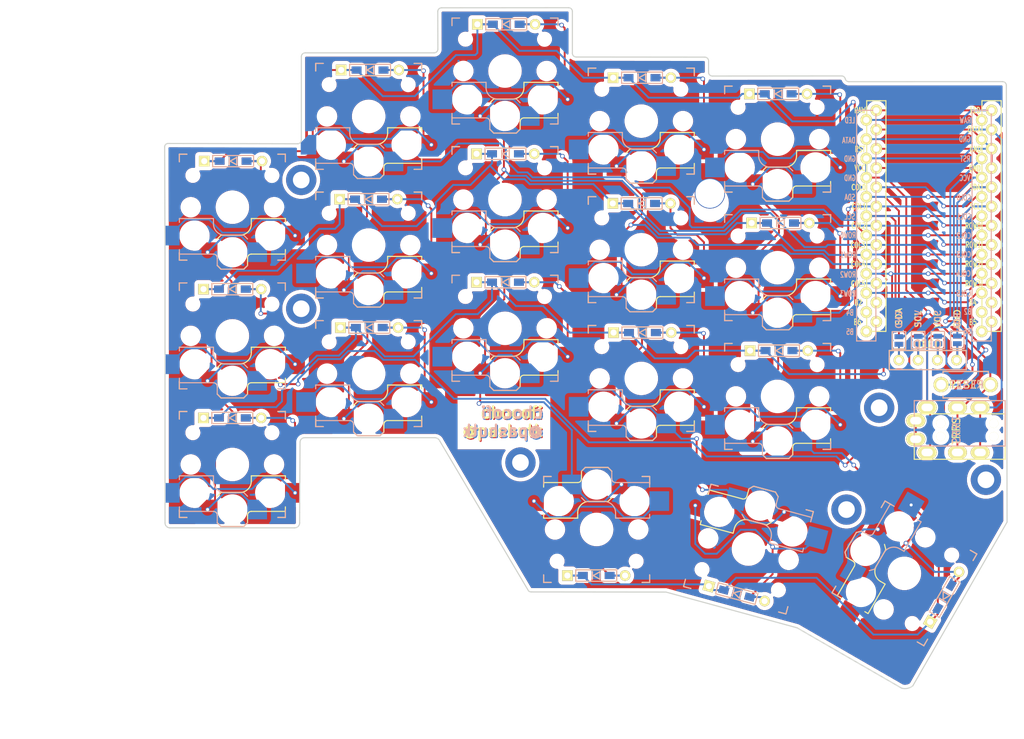
<source format=kicad_pcb>
(kicad_pcb (version 20211014) (generator pcbnew)
  (title_block (title "Corne Light") (date "2018-12-26") (rev "2.1") (company "foostan"))
  (layers (0 "F.Cu" signal) (31 "B.Cu" signal) (34 "B.Paste" user) (35 "F.Paste" user) (36 "B.SilkS" user "B.Silkscreen") (37 "F.SilkS" user "F.Silkscreen") (38 "B.Mask" user) (39 "F.Mask" user) (44 "Edge.Cuts" user))
  (net 0 "")
  (net 1 "row0")
  (net 2 "row1")
  (net 3 "Net-(D2-Pad2)")
  (net 4 "row2")
  (net 5 "Net-(D3-Pad2)")
  (net 6 "row3")
  (net 7 "Net-(D4-Pad2)")
  (net 8 "Net-(D5-Pad2)")
  (net 9 "Net-(D6-Pad2)")
  (net 10 "Net-(D8-Pad2)")
  (net 11 "Net-(D9-Pad2)")
  (net 12 "Net-(D10-Pad2)")
  (net 13 "Net-(D11-Pad2)")
  (net 14 "Net-(D12-Pad2)")
  (net 15 "Net-(D14-Pad2)")
  (net 16 "Net-(D15-Pad2)")
  (net 17 "Net-(D16-Pad2)")
  (net 18 "Net-(D17-Pad2)")
  (net 19 "Net-(D18-Pad2)")
  (net 20 "Net-(D19-Pad2)")
  (net 21 "Net-(D20-Pad2)")
  (net 22 "Net-(D21-Pad2)")
  (net 23 "GND")
  (net 24 "VCC")
  (net 25 "col0")
  (net 26 "col1")
  (net 27 "col2")
  (net 28 "col3")
  (net 29 "col4")
  (net 30 "col5")
  (net 31 "LED")
  (net 32 "data")
  (net 33 "reset")
  (net 34 "SCL")
  (net 35 "SDA")
  (net 36 "Net-(U1-Pad14)")
  (net 37 "Net-(U1-Pad13)")
  (net 38 "Net-(U1-Pad12)")
  (net 39 "Net-(U1-Pad11)")
  (net 40 "Net-(J1-PadA)")
  (net 41 "Net-(U1-Pad24)")
  (footprint "kbd:D3_TH_SMD" (layer "F.Cu") (at 86.0044 64.3128)
    (fp_text reference "D2" hide)
    (fp_text value "D" hide)
  )
  (footprint "kbd:D3_TH_SMD" (layer "F.Cu") (at 104.0892 52.2732)
    (fp_text reference "D3" hide)
    (fp_text value "D" hide)
  )
  (footprint "kbd:D3_TH_SMD" (layer "F.Cu") (at 122.0724 46.228)
    (fp_text reference "D4" hide)
    (fp_text value "D" hide)
  )
  (footprint "kbd:D3_TH_SMD" (layer "F.Cu") (at 140.0048 53.2892)
    (fp_text reference "D5" hide)
    (fp_text value "D" hide)
  )
  (footprint "kbd:D3_TH_SMD" (layer "F.Cu") (at 157.988 55.4228)
    (fp_text reference "D6" hide)
    (fp_text value "D" hide)
  )
  (footprint "kbd:D3_TH_SMD" (layer "F.Cu") (at 85.9028 81.2292)
    (fp_text reference "D8" hide)
    (fp_text value "D" hide)
  )
  (footprint "kbd:D3_TH_SMD" (layer "F.Cu") (at 103.886 69.342)
    (fp_text reference "D9" hide)
    (fp_text value "D" hide)
  )
  (footprint "kbd:D3_TH_SMD" (layer "F.Cu") (at 121.9708 63.3476)
    (fp_text reference "D10" hide)
    (fp_text value "D" hide)
  )
  (footprint "kbd:D3_TH_SMD" (layer "F.Cu") (at 139.954 69.9008)
    (fp_text reference "D11" hide)
    (fp_text value "D" hide)
  )
  (footprint "kbd:D3_TH_SMD" (layer "F.Cu") (at 158.2928 72.4916)
    (fp_text reference "D12" hide)
    (fp_text value "D" hide)
  )
  (footprint "kbd:D3_TH_SMD" (layer "F.Cu") (at 85.9028 98.2472)
    (fp_text reference "D14" hide)
    (fp_text value "D" hide)
  )
  (footprint "kbd:D3_TH_SMD" (layer "F.Cu") (at 103.9876 86.3092)
    (fp_text reference "D15" hide)
    (fp_text value "D" hide)
  )
  (footprint "kbd:D3_TH_SMD" (layer "F.Cu") (at 121.9708 80.3148)
    (fp_text reference "D16" hide)
    (fp_text value "D" hide)
  )
  (footprint "kbd:D3_TH_SMD" (layer "F.Cu") (at 140.0556 86.9696)
    (fp_text reference "D17" hide)
    (fp_text value "D" hide)
  )
  (footprint "kbd:D3_TH_SMD" (layer "F.Cu") (at 158.0896 89.3572)
    (fp_text reference "D18" hide)
    (fp_text value "D" hide)
  )
  (footprint "kbd:D3_TH_SMD" (layer "F.Cu") (at 133.9596 119.0752)
    (fp_text reference "D19" hide)
    (fp_text value "D" hide)
  )
  (footprint "kbd:D3_TH_SMD" (layer "F.Cu") (at 152.514282 121.460596 -15)
    (fp_text reference "D20" hide)
    (fp_text value "D" hide)
  )
  (footprint "kbd:D3_TH_SMD" (layer "F.Cu") (at 179.958166 121.895435 60)
    (fp_text reference "D21" hide)
    (fp_text value "D" hide)
  )
  (footprint "kbd:MJ-4PP-9" (layer "F.Cu") (at 187.96 100.711 -90)
    (fp_text reference "J1")
    (fp_text value "MJ-4PP-9" hide)
  )
  (footprint "keyswitches:Kailh_socket_PG1350_reversible" (layer "F.Cu") (at 85.91 70.4)
    (fp_text reference "SW2" hide)
    (fp_text value "SW_PUSH")
  )
  (footprint "keyswitches:Kailh_socket_PG1350_reversible" (layer "F.Cu") (at 103.91 58.4)
    (fp_text reference "SW3" hide)
    (fp_text value "SW_PUSH")
  )
  (footprint "keyswitches:Kailh_socket_PG1350_reversible" (layer "F.Cu") (at 121.91 52.4)
    (fp_text reference "SW4" hide)
    (fp_text value "SW_PUSH")
  )
  (footprint "keyswitches:Kailh_socket_PG1350_reversible" (layer "F.Cu") (at 139.91 59.02)
    (fp_text reference "SW5" hide)
    (fp_text value "SW_PUSH")
  )
  (footprint "keyswitches:Kailh_socket_PG1350_reversible" (layer "F.Cu") (at 157.91 61.4)
    (fp_text reference "SW6" hide)
    (fp_text value "SW_PUSH")
  )
  (footprint "keyswitches:Kailh_socket_PG1350_reversible" (layer "F.Cu") (at 85.91 87.4)
    (fp_text reference "SW8" hide)
    (fp_text value "SW_PUSH")
  )
  (footprint "keyswitches:Kailh_socket_PG1350_reversible" (layer "F.Cu") (at 103.91 75.4)
    (fp_text reference "SW9" hide)
    (fp_text value "SW_PUSH")
  )
  (footprint "keyswitches:Kailh_socket_PG1350_reversible" (layer "F.Cu") (at 121.91 69.4)
    (fp_text reference "SW10" hide)
    (fp_text value "SW_PUSH")
  )
  (footprint "keyswitches:Kailh_socket_PG1350_reversible" (layer "F.Cu") (at 139.91 76.02)
    (fp_text reference "SW11" hide)
    (fp_text value "SW_PUSH")
  )
  (footprint "keyswitches:Kailh_socket_PG1350_reversible" (layer "F.Cu") (at 157.91 78.4)
    (fp_text reference "SW12" hide)
    (fp_text value "SW_PUSH")
  )
  (footprint "keyswitches:Kailh_socket_PG1350_reversible" (layer "F.Cu") (at 85.91 104.4)
    (fp_text reference "SW14" hide)
    (fp_text value "SW_PUSH")
  )
  (footprint "keyswitches:Kailh_socket_PG1350_reversible" (layer "F.Cu") (at 103.91 92.4)
    (fp_text reference "SW15" hide)
    (fp_text value "SW_PUSH")
  )
  (footprint "keyswitches:Kailh_socket_PG1350_reversible" (layer "F.Cu") (at 121.91 86.4)
    (fp_text reference "SW16" hide)
    (fp_text value "SW_PUSH")
  )
  (footprint "keyswitches:Kailh_socket_PG1350_reversible" (layer "F.Cu") (at 139.91 93.025)
    (fp_text reference "SW17" hide)
    (fp_text value "SW_PUSH")
  )
  (footprint "keyswitches:Kailh_socket_PG1350_reversible" (layer "F.Cu") (at 157.91 95.4)
    (fp_text reference "SW18" hide)
    (fp_text value "SW_PUSH")
  )
  (footprint "keyswitches:Kailh_socket_PG1350_reversible" (layer "F.Cu") (at 134.01 112.99 180)
    (fp_text reference "SW19" hide)
    (fp_text value "SW_PUSH")
  )
  (footprint "keyswitches:Kailh_socket_PG1350_reversible" (layer "F.Cu") (at 154.06 115.58 165)
    (fp_text reference "SW20" hide)
    (fp_text value "SW_PUSH")
  )
  (footprint "keyswitches:Kailh_socket_PG1350_reversible" (layer "F.Cu") (at 174.66 118.79 -120)
    (fp_text reference "SW21" hide)
    (fp_text value "SW_PUSH")
  )
  (footprint "kbd:ProMicro_v2" (layer "F.Cu") (at 178.51 72.0784)
    (fp_text reference "U1" hide)
    (fp_text value "ProMicro" hide)
  )
  (footprint "foostan:Jumper" (layer "F.Cu") (at 179.07 87.9484 -90)
    (fp_text reference "JP65" hide)
    (fp_text value "VCC")
  )
  (footprint "foostan:OLED" (layer "F.Cu") (at 173.93 90.6084)
    (fp_text reference "J2")
    (fp_text value "OLED" hide)
  )
  (footprint "foostan:Jumper" (layer "F.Cu") (at 176.47 87.9684 -90)
    (fp_text reference "JP63" hide)
    (fp_text value "SCL")
  )
  (footprint "foostan:Jumper" (layer "F.Cu") (at 173.93 87.9984 -90)
    (fp_text reference "JP61" hide)
    (fp_text value " SDA")
  )
  (footprint "foostan:Jumper" (layer "F.Cu") (at 181.64 87.9388 -90)
    (fp_text reference "JP68" hide)
    (fp_text value "GND")
  )
  (footprint "kbd:ResetSW" (layer "F.Cu") (at 182.753 93.853)
    (fp_text reference "RSW1" hide)
    (fp_text value "Val**")
  )
  (footprint "kbd:LEGO_HOLE" (layer "F.Cu") (at 171.323 96.901)
    (fp_text reference "h2" hide)
    (fp_text value "h2")
  )
  (footprint "kbd:LEGO_HOLE" (layer "F.Cu") (at 185.42 106.426)
    (fp_text reference "H1" hide)
    (fp_text value "h1")
  )
  (footprint "kbd:LEGO_HOLE" (layer "F.Cu") (at 95 66.802)
    (fp_text reference "h6" hide)
    (fp_text value "h6")
  )
  (footprint "kbd:LEGO_HOLE" (layer "F.Cu") (at 148.971 68.58)
    (fp_text reference "h7" hide)
    (fp_text value "h7")
  )
  (footprint "kbd:LEGO_HOLE" (layer "F.Cu") (at 123.952 104.14)
    (fp_text reference "h4" hide)
    (fp_text value "h4")
  )
  (footprint "kbd:LEGO_HOLE" (layer "F.Cu") (at 167.005 110.363)
    (fp_text reference "h3" hide)
    (fp_text value "h3")
  )
  (footprint "kbd:LEGO_HOLE" (layer "F.Cu") (at 95 83.82)
    (fp_text reference "h5" hide)
    (fp_text value "h5")
  )
  (footprint "foostan:Jumper" (layer "B.Cu") (at 176.48 87.9784 -90)
    (fp_text reference "JP64" hide)
    (fp_text value "VCC")
  )
  (footprint "foostan:Jumper" (layer "B.Cu") (at 173.93 88.008 -90)
    (fp_text reference "JP62" hide)
    (fp_text value "GND")
  )
  (footprint "foostan:Jumper" (layer "B.Cu") (at 181.64 87.9284 -90)
    (fp_text reference "JP6" hide)
    (fp_text value " SDA")
  )
  (footprint "foostan:Jumper" (layer "B.Cu") (at 179.06 87.9484 -90)
    (fp_text reference "JP66" hide)
    (fp_text value "SCL")
  )
  (gr_line (start 187.62 53.805) (end 167.3304 53.81502) (layer "Edge.Cuts") (width 0.15))
  (gr_line (start 94.515447 62.020847) (end 77.4192 61.976) (layer "Edge.Cuts") (width 0.15))
  (gr_line (start 175.768 133.6548) (end 188.214 112.014) (layer "Edge.Cuts") (width 0.15))
  (gr_line (start 160.4772 125.984) (end 174.288668 133.9596) (layer "Edge.Cuts") (width 0.15))
  (gr_line (start 125.3744 121.240811) (end 143.1544 121.2596) (layer "Edge.Cuts") (width 0.15))
  (gr_arc (start 166.360498 53.055) (mid 166.676734 53.167708) (end 166.8504 53.45502) (layer "Edge.Cuts") (width 0.15))
  (gr_arc (start 167.3304 53.81502) (mid 167.0304 53.71502) (end 166.8504 53.45502) (layer "Edge.Cuts") (width 0.15))
  (gr_line (start 166.360498 53.055) (end 149.2932 53.06902) (layer "Edge.Cuts") (width 0.15))
  (gr_arc (start 95.015447 61.520847) (mid 94.869 61.8744) (end 94.515447 62.020847) (layer "Edge.Cuts") (width 0.15))
  (gr_arc (start 95.01712 50.50682) (mid 95.163567 50.153267) (end 95.51712 50.00682) (layer "Edge.Cuts") (width 0.15))
  (gr_line (start 130.31 44.0362) (end 113.53 44.049553) (layer "Edge.Cuts") (width 0.15))
  (gr_line (start 130.81 50.0534) (end 130.81 44.5362) (layer "Edge.Cuts") (width 0.15))
  (gr_line (start 148.2932 50.56902) (end 131.31 50.5534) (layer "Edge.Cuts") (width 0.15))
  (gr_line (start 148.7932 52.56902) (end 148.7932 51.06902) (layer "Edge.Cuts") (width 0.15))
  (gr_line (start 95.01712 50.50682) (end 95.015447 61.520847) (layer "Edge.Cuts") (width 0.15))
  (gr_line (start 112.54712 50.00682) (end 95.51712 50.00682) (layer "Edge.Cuts") (width 0.15))
  (gr_line (start 113.03 44.549553) (end 113.04712 49.50682) (layer "Edge.Cuts") (width 0.15))
  (gr_arc (start 113.04712 49.50682) (mid 112.900673 49.860373) (end 112.54712 50.00682) (layer "Edge.Cuts") (width 0.15))
  (gr_arc (start 113.03 44.549553) (mid 113.176447 44.196) (end 113.53 44.049553) (layer "Edge.Cuts") (width 0.15))
  (gr_arc (start 130.31 44.0362) (mid 130.663553 44.182647) (end 130.81 44.5362) (layer "Edge.Cuts") (width 0.15))
  (gr_arc (start 131.31 50.5534) (mid 130.956447 50.406953) (end 130.81 50.0534) (layer "Edge.Cuts") (width 0.15))
  (gr_arc (start 148.2932 50.56902) (mid 148.646753 50.715467) (end 148.7932 51.06902) (layer "Edge.Cuts") (width 0.15))
  (gr_arc (start 149.2932 53.06902) (mid 148.939647 52.922573) (end 148.7932 52.56902) (layer "Edge.Cuts") (width 0.15))
  (gr_arc (start 187.62 53.805) (mid 187.973553 53.951447) (end 188.12 54.305) (layer "Edge.Cuts") (width 0.15))
  (gr_line (start 95.4532 100.862652) (end 112.6236 100.862652) (layer "Edge.Cuts") (width 0.15))
  (gr_line (start 94.7928 110.744) (end 94.8436 101.472252) (layer "Edge.Cuts") (width 0.15))
  (gr_arc (start 112.6236 100.862652) (mid 113.02279 100.980057) (end 113.294857 101.294883) (layer "Edge.Cuts") (width 0.15))
  (gr_arc (start 125.3744 121.240811) (mid 125.184464 121.206306) (end 125.0188 121.1072) (layer "Edge.Cuts") (width 0.15))
  (gr_arc (start 175.768 133.6548) (mid 175.064863 133.984494) (end 174.288668 133.959599) (layer "Edge.Cuts") (width 0.15))
  (gr_line (start 77.0128 93.7768) (end 77.0128 110.744) (layer "Edge.Cuts") (width 0.15))
  (gr_line (start 76.962 62.4332) (end 77.0128 76.708) (layer "Edge.Cuts") (width 0.15))
  (gr_line (start 188.12 54.305) (end 188.214 112.014) (layer "Edge.Cuts") (width 0.15))
  (gr_line (start 94.7928 112.1156) (end 94.7928 110.744) (layer "Edge.Cuts") (width 0.15))
  (gr_arc (start 94.8436 101.472252) (mid 95.022148 101.0412) (end 95.4532 100.862652) (layer "Edge.Cuts") (width 0.15))
  (gr_arc (start 94.7928 112.1156) (mid 94.599373 112.582573) (end 94.1324 112.776) (layer "Edge.Cuts") (width 0.15))
  (gr_line (start 77.0128 112.1156) (end 77.0128 110.744) (layer "Edge.Cuts") (width 0.15))
  (gr_line (start 77.0128 76.708) (end 77.0128 93.7768) (layer "Edge.Cuts") (width 0.15))
  (gr_line (start 113.294857 101.294883) (end 125.0188 121.1072) (layer "Edge.Cuts") (width 0.15))
  (gr_arc (start 76.962 62.4332) (mid 77.095911 62.109911) (end 77.4192 61.976) (layer "Edge.Cuts") (width 0.15))
  (gr_line (start 77.6732 112.776) (end 94.1324 112.776) (layer "Edge.Cuts") (width 0.15))
  (gr_line (start 143.1544 121.2596) (end 160.4772 125.984) (layer "Edge.Cuts") (width 0.15))
  (gr_arc (start 77.6732 112.776) (mid 77.206227 112.582573) (end 77.0128 112.1156) (layer "Edge.Cuts") (width 0.15))
  (gr_text "chocofi\n@pashutk" (at 127.24 98.89) (layer "F.Cu") (effects (font (size 1.5 1.5) (thickness 0.3)) (justify right)))
  (gr_text "chocofi\n@pashutk" (at 127.25 98.89) (layer "B.Cu") (effects (font (size 1.5 1.5) (thickness 0.3)) (justify left mirror)))
  (gr_text "chocofi\n@pashutk" (at 127.13 98.75) (layer "B.SilkS") (effects (font (size 1.5 1.5) (thickness 0.3)) (justify left mirror)))
  (gr_text "chocofi\n@pashutk" (at 127.12 98.75) (layer "F.SilkS") (effects (font (size 1.5 1.5) (thickness 0.3)) (justify right)))
  (segment (start 96.52 53.6448) (end 97.8916 52.2732) (width 0.25) (layer "F.Cu") (net 1))
  (segment (start 118.2624 46.228) (end 120.2974 46.228) (width 0.25) (layer "F.Cu") (net 1))
  (segment (start 154.178 55.4228) (end 156.213 55.4228) (width 0.25) (layer "F.Cu") (net 1))
  (segment (start 138.2298 53.2892) (end 136.1948 53.2892) (width 0.25) (layer "F.Cu") (net 1))
  (segment (start 85.5502 62.992) (end 84.2294 64.3128) (width 0.25) (layer "F.Cu") (net 1))
  (segment (start 167.894 56.515) (end 168.0972 56.7182) (width 0.25) (layer "F.Cu") (net 1))
  (segment (start 183.598 72.8404) (end 182.328 74.1104) (width 0.25) (layer "F.Cu") (net 1))
  (segment (start 168.0972 72.5876) (end 169.62 74.1104) (width 0.25) (layer "F.Cu") (net 1))
  (segment (start 102.3142 52.2732) (end 100.2792 52.2732) (width 0.25) (layer "F.Cu") (net 1))
  (segment (start 96.52 53.6448) (end 96.52 61.849) (width 0.25) (layer "F.Cu") (net 1))
  (segment (start 95.377 62.992) (end 85.5502 62.992) (width 0.25) (layer "F.Cu") (net 1))
  (segment (start 97.8916 52.2732) (end 100.2792 52.2732) (width 0.25) (layer "F.Cu") (net 1))
  (segment (start 96.52 61.849) (end 95.377 62.992) (width 0.25) (layer "F.Cu") (net 1))
  (segment (start 186.1664 72.8404) (end 183.598 72.8404) (width 0.25) (layer "F.Cu") (net 1))
  (segment (start 168.0972 56.7182) (end 168.0972 72.5876) (width 0.25) (layer "F.Cu") (net 1))
  (segment (start 84.2294 64.3128) (end 82.1944 64.3128) (width 0.25) (layer "F.Cu") (net 1))
  (segment (start 182.328 74.1104) (end 177.8 74.1104) (width 0.25) (layer "F.Cu") (net 1))
  (via (at 177.8 74.1104) (size 0.6) (drill 0.4) (layers "F.Cu" "B.Cu") (net 1))
  (via (at 167.894 56.515) (size 0.6) (drill 0.4) (layers "F.Cu" "B.Cu") (net 1))
  (segment (start 102.3142 52.2732) (end 100.2792 52.2732) (width 0.25) (layer "B.Cu") (net 1))
  (segment (start 128.7272 49.7332) (end 132.2832 53.2892) (width 0.25) (layer "B.Cu") (net 1))
  (segment (start 140.8714 55.9308) (end 138.2298 53.2892) (width 0.25) (layer "B.Cu") (net 1))
  (segment (start 152.7215 55.9308) (end 140.8714 55.9308) (width 0.25) (layer "B.Cu") (net 1))
  (segment (start 159.8452 59.055) (end 156.213 55.4228) (width 0.25) (layer "B.Cu") (net 1))
  (segment (start 120.2974 46.228) (end 118.2624 46.228) (width 0.25) (layer "B.Cu") (net 1))
  (segment (start 153.2295 55.4228) (end 152.7215 55.9308) (width 0.25) (layer "B.Cu") (net 1))
  (segment (start 165.354 59.055) (end 159.8452 59.055) (width 0.25) (layer "B.Cu") (net 1))
  (segment (start 118.2624 46.228) (end 118.2624 50.0126) (width 0.25) (layer "B.Cu") (net 1))
  (segment (start 123.8026 49.7332) (end 128.7272 49.7332) (width 0.25) (layer "B.Cu") (net 1))
  (segment (start 154.178 55.4228) (end 153.2295 55.4228) (width 0.25) (layer "B.Cu") (net 1))
  (segment (start 84.2294 64.3128) (end 82.1944 64.3128) (width 0.25) (layer "B.Cu") (net 1))
  (segment (start 118.2624 50.0126) (end 117.983 50.292) (width 0.25) (layer "B.Cu") (net 1))
  (segment (start 132.2832 53.2892) (end 136.1948 53.2892) (width 0.25) (layer "B.Cu") (net 1))
  (segment (start 105.7686 55.7276) (end 102.3142 52.2732) (width 0.25) (layer "B.Cu") (net 1))
  (segment (start 169.62 74.1104) (end 177.8 74.1104) (width 0.25) (layer "B.Cu") (net 1))
  (segment (start 138.2298 53.2892) (end 136.1948 53.2892) (width 0.25) (layer "B.Cu") (net 1))
  (segment (start 117.983 50.292) (end 115.443 50.292) (width 0.25) (layer "B.Cu") (net 1))
  (segment (start 110.0074 55.7276) (end 105.7686 55.7276) (width 0.25) (layer "B.Cu") (net 1))
  (segment (start 115.443 50.292) (end 110.0074 55.7276) (width 0.25) (layer "B.Cu") (net 1))
  (segment (start 156.213 55.4228) (end 154.178 55.4228) (width 0.25) (layer "B.Cu") (net 1))
  (segment (start 120.2974 46.228) (end 123.8026 49.7332) (width 0.25) (layer "B.Cu") (net 1))
  (segment (start 167.894 56.515) (end 165.354 59.055) (width 0.25) (layer "B.Cu") (net 1))
  (segment (start 186.1664 75.3804) (end 183.852 75.3804) (width 0.25) (layer "F.Cu") (net 2))
  (segment (start 182.582 76.6504) (end 177.8 76.6504) (width 0.25) (layer "F.Cu") (net 2))
  (segment (start 138.179 69.9008) (end 136.144 69.9008) (width 0.25) (layer "F.Cu") (net 2))
  (segment (start 183.852 75.3804) (end 182.582 76.6504) (width 0.25) (layer "F.Cu") (net 2))
  (segment (start 102.111 69.342) (end 100.076 69.342) (width 0.25) (layer "F.Cu") (net 2))
  (segment (start 120.1958 63.3476) (end 118.1608 63.3476) (width 0.25) (layer "F.Cu") (net 2))
  (segment (start 84.1278 81.2292) (end 82.0928 81.2292) (width 0.25) (layer "F.Cu") (net 2))
  (segment (start 156.5178 72.4916) (end 154.4828 72.4916) (width 0.25) (layer "F.Cu") (net 2))
  (via (at 177.8 76.6504) (size 0.6) (drill 0.4) (layers "F.Cu" "B.Cu") (net 2))
  (segment (start 164.071887 76.110969) (end 164.668918 76.708) (width 0.25) (layer "B.Cu") (net 2))
  (segment (start 138.179 69.9008) (end 136.144 69.9008) (width 0.25) (layer "B.Cu") (net 2))
  (segment (start 115.062 67.4624) (end 112.776 69.7484) (width 0.25) (layer "B.Cu") (net 2))
  (segment (start 120.1958 63.3476) (end 120.1958 64.6146) (width 0.25) (layer "B.Cu") (net 2))
  (segment (start 169.62 76.6504) (end 177.8 76.6504) (width 0.25) (layer "B.Cu") (net 2))
  (segment (start 86.5662 78.7908) (end 91.8464 78.7908) (width 0.25) (layer "B.Cu") (net 2))
  (segment (start 160.137169 76.110969) (end 164.071887 76.110969) (width 0.25) (layer "B.Cu") (net 2))
  (segment (start 100.076 72.644) (end 100.076 69.342) (width 0.25) (layer "B.Cu") (net 2))
  (segment (start 102.111 69.342) (end 100.076 69.342) (width 0.25) (layer "B.Cu") (net 2))
  (segment (start 121.7168 66.7004) (end 119.9134 64.897) (width 0.25) (layer "B.Cu") (net 2))
  (segment (start 97.3836 73.2536) (end 99.4664 73.2536) (width 0.25) (layer "B.Cu") (net 2))
  (segment (start 112.776 69.7484) (end 112.776 70.358) (width 0.25) (layer "B.Cu") (net 2))
  (segment (start 154.4828 72.4916) (end 152.5524 72.4916) (width 0.25) (layer "B.Cu") (net 2))
  (segment (start 110.236 72.898) (end 105.667 72.898) (width 0.25) (layer "B.Cu") (net 2))
  (segment (start 133.59632 67.35312) (end 125.16352 67.35312) (width 0.25) (layer "B.Cu") (net 2))
  (segment (start 84.1278 81.2292) (end 86.5662 78.7908) (width 0.25) (layer "B.Cu") (net 2))
  (segment (start 136.144 69.9008) (end 133.59632 67.35312) (width 0.25) (layer "B.Cu") (net 2))
  (segment (start 119.9134 64.897) (end 117.348 67.4624) (width 0.25) (layer "B.Cu") (net 2))
  (segment (start 151.07152 73.97248) (end 142.25068 73.97248) (width 0.25) (layer "B.Cu") (net 2))
  (segment (start 112.776 70.358) (end 110.236 72.898) (width 0.25) (layer "B.Cu") (net 2))
  (segment (start 120.1958 64.6146) (end 119.9134 64.897) (width 0.25) (layer "B.Cu") (net 2))
  (segment (start 105.667 72.898) (end 102.111 69.342) (width 0.25) (layer "B.Cu") (net 2))
  (segment (start 99.4664 73.2536) (end 100.076 72.644) (width 0.25) (layer "B.Cu") (net 2))
  (segment (start 169.5624 76.708) (end 169.62 76.6504) (width 0.25) (layer "B.Cu") (net 2))
  (segment (start 91.8464 78.7908) (end 97.3836 73.2536) (width 0.25) (layer "B.Cu") (net 2))
  (segment (start 156.5178 72.4916) (end 154.4828 72.4916) (width 0.25) (layer "B.Cu") (net 2))
  (segment (start 125.16352 67.35312) (end 124.5108 66.7004) (width 0.25) (layer "B.Cu") (net 2))
  (segment (start 142.25068 73.97248) (end 138.179 69.9008) (width 0.25) (layer "B.Cu") (net 2))
  (segment (start 120.1958 63.3476) (end 118.1608 63.3476) (width 0.25) (layer "B.Cu") (net 2))
  (segment (start 124.5108 66.7004) (end 121.7168 66.7004) (width 0.25) (layer "B.Cu") (net 2))
  (segment (start 152.5524 72.4916) (end 151.07152 73.97248) (width 0.25) (layer "B.Cu") (net 2))
  (segment (start 84.1278 81.2292) (end 82.0928 81.2292) (width 0.25) (layer "B.Cu") (net 2))
  (segment (start 156.5178 72.4916) (end 160.137169 76.110969) (width 0.25) (layer "B.Cu") (net 2))
  (segment (start 117.348 67.4624) (end 115.062 67.4624) (width 0.25) (layer "B.Cu") (net 2))
  (segment (start 164.668918 76.708) (end 169.5624 76.708) (width 0.25) (layer "B.Cu") (net 2))
  (segment (start 89.662 66.294) (end 89.662 64.4652) (width 0.25) (layer "F.Cu") (net 3))
  (segment (start 93.726 70.358) (end 89.662 66.294) (width 0.25) (layer "F.Cu") (net 3))
  (segment (start 93.726 73.691) (end 93.726 70.358) (width 0.25) (layer "F.Cu") (net 3))
  (segment (start 94.185 74.15) (end 93.726 73.691) (width 0.25) (layer "F.Cu") (net 3))
  (segment (start 89.662 64.4652) (end 89.8144 64.3128) (width 0.25) (layer "F.Cu") (net 3))
  (segment (start 87.7794 64.3128) (end 89.8144 64.3128) (width 0.25) (layer "F.Cu") (net 3))
  (via (at 94.185 74.15) (size 0.6) (drill 0.4) (layers "F.Cu" "B.Cu") (net 3))
  (segment (start 89.7636 72.0852) (end 92.1202 72.0852) (width 0.25) (layer "B.Cu") (net 3))
  (segment (start 77.635 74.15) (end 79.7506 72.0344) (width 0.25) (layer "B.Cu") (net 3))
  (segment (start 88.07952 73.76928) (end 89.7636 72.0852) (width 0.25) (layer "B.Cu") (net 3))
  (segment (start 82.845123 72.0344) (end 84.580003 73.76928) (width 0.25) (layer "B.Cu") (net 3))
  (segment (start 84.580003 73.76928) (end 88.07952 73.76928) (width 0.25) (layer "B.Cu") (net 3))
  (segment (start 79.7506 72.0344) (end 82.845123 72.0344) (width 0.25) (layer "B.Cu") (net 3))
  (segment (start 87.7794 64.3128) (end 89.8144 64.3128) (width 0.25) (layer "B.Cu") (net 3))
  (segment (start 92.1202 72.0852) (end 94.185 74.15) (width 0.25) (layer "B.Cu") (net 3))
  (segment (start 156.3146 89.3572) (end 154.2796 89.3572) (width 0.25) (layer "F.Cu") (net 4))
  (segment (start 173.03047 79.36538) (end 172.85549 79.1904) (width 0.25) (layer "F.Cu") (net 4))
  (segment (start 182.836 79.1904) (end 177.8 79.1904) (width 0.25) (layer "F.Cu") (net 4))
  (segment (start 171.9072 87.025482) (end 173.03047 85.902212) (width 0.25) (layer "F.Cu") (net 4))
  (segment (start 84.1278 98.2472) (end 82.0928 98.2472) (width 0.25) (layer "F.Cu") (net 4))
  (segment (start 184.106 77.9204) (end 182.836 79.1904) (width 0.25) (layer "F.Cu") (net 4))
  (segment (start 138.2806 86.9696) (end 136.2456 86.9696) (width 0.25) (layer "F.Cu") (net 4))
  (segment (start 171.9072 92.456) (end 171.9072 87.025482) (width 0.25) (layer "F.Cu") (net 4))
  (segment (start 186.1664 77.9204) (end 184.106 77.9204) (width 0.25) (layer "F.Cu") (net 4))
  (segment (start 120.1958 80.3148) (end 118.1608 80.3148) (width 0.25) (layer "F.Cu") (net 4))
  (segment (start 173.03047 85.902212) (end 173.03047 79.36538) (width 0.25) (layer "F.Cu") (net 4))
  (segment (start 102.2126 86.3092) (end 100.1776 86.3092) (width 0.25) (layer "F.Cu") (net 4))
  (via (at 171.9072 92.456) (size 0.6) (drill 0.4) (layers "F.Cu" "B.Cu") (net 4))
  (via (at 172.85549 79.1904) (size 0.6) (drill 0.4) (layers "F.Cu" "B.Cu") (net 4))
  (via (at 177.8 79.1904) (size 0.6) (drill 0.4) (layers "F.Cu" "B.Cu") (net 4))
  (segment (start 97.0788 90.0176) (end 92.456 94.6404) (width 0.25) (layer "B.Cu") (net 4))
  (segment (start 102.2126 87.7794) (end 99.9744 90.0176) (width 0.25) (layer "B.Cu") (net 4))
  (segment (start 138.2806 86.9696) (end 136.2456 86.9696) (width 0.25) (layer "B.Cu") (net 4))
  (segment (start 92.456 94.6404) (end 92.456 96.0628) (width 0.25) (layer "B.Cu") (net 4))
  (segment (start 130.4544 86.9696) (end 126.9492 83.4644) (width 0.25) (layer "B.Cu") (net 4))
  (segment (start 123.3454 83.4644) (end 120.1958 80.3148) (width 0.25) (layer "B.Cu") (net 4))
  (segment (start 102.2126 86.3092) (end 102.2126 87.7794) (width 0.25) (layer "B.Cu") (net 4))
  (segment (start 159.4134 92.456) (end 171.9072 92.456) (width 0.25) (layer "B.Cu") (net 4))
  (segment (start 145.9992 90.3732) (end 141.6842 90.3732) (width 0.25) (layer "B.Cu") (net 4))
  (segment (start 109.8296 90.1192) (end 106.0226 90.1192) (width 0.25) (layer "B.Cu") (net 4))
  (segment (start 85.5502 96.8248) (end 84.1278 98.2472) (width 0.25) (layer "B.Cu") (net 4))
  (segment (start 120.1958 80.3148) (end 118.1608 80.3148) (width 0.25) (layer "B.Cu") (net 4))
  (segment (start 141.6842 90.3732) (end 138.2806 86.9696) (width 0.25) (layer "B.Cu") (net 4))
  (segment (start 120.1958 82.6486) (end 118.3132 84.5312) (width 0.25) (layer "B.Cu") (net 4))
  (segment (start 99.9744 90.0176) (end 97.0788 90.0176) (width 0.25) (layer "B.Cu") (net 4))
  (segment (start 92.456 96.0628) (end 91.694 96.8248) (width 0.25) (layer "B.Cu") (net 4))
  (segment (start 84.1278 98.2472) (end 82.0928 98.2472) (width 0.25) (layer "B.Cu") (net 4))
  (segment (start 91.694 96.8248) (end 85.5502 96.8248) (width 0.25) (layer "B.Cu") (net 4))
  (segment (start 115.4176 84.5312) (end 109.8296 90.1192) (width 0.25) (layer "B.Cu") (net 4))
  (segment (start 169.62 79.1904) (end 177.8 79.1904) (width 0.25) (layer "B.Cu") (net 4))
  (segment (start 118.3132 84.5312) (end 115.4176 84.5312) (width 0.25) (layer "B.Cu") (net 4))
  (segment (start 156.3146 89.3572) (end 154.2796 89.3572) (width 0.25) (layer "B.Cu") (net 4))
  (segment (start 136.2456 86.9696) (end 130.4544 86.9696) (width 0.25) (layer "B.Cu") (net 4))
  (segment (start 156.3146 89.3572) (end 159.4134 92.456) (width 0.25) (layer "B.Cu") (net 4))
  (segment (start 120.1958 80.3148) (end 120.1958 82.6486) (width 0.25) (layer "B.Cu") (net 4))
  (segment (start 147.0152 89.3572) (end 145.9992 90.3732) (width 0.25) (layer "B.Cu") (net 4))
  (segment (start 154.2796 89.3572) (end 147.0152 89.3572) (width 0.25) (layer "B.Cu") (net 4))
  (segment (start 102.2126 86.3092) (end 100.1776 86.3092) (width 0.25) (layer "B.Cu") (net 4))
  (segment (start 126.9492 83.4644) (end 123.3454 83.4644) (width 0.25) (layer "B.Cu") (net 4))
  (segment (start 106.0226 90.1192) (end 102.2126 86.3092) (width 0.25) (layer "B.Cu") (net 4))
  (segment (start 111.1504 61.1154) (end 112.185 62.15) (width 0.25) (layer "F.Cu") (net 5))
  (segment (start 105.8642 52.2732) (end 107.8992 52.2732) (width 0.25) (layer "F.Cu") (net 5))
  (segment (start 111.1504 52.3748) (end 111.1504 61.1154) (width 0.25) (layer "F.Cu") (net 5))
  (via (at 112.185 62.15) (size 0.6) (drill 0.4) (layers "F.Cu" "B.Cu") (net 5))
  (via (at 111.1504 52.3748) (size 0.6) (drill 0.4) (layers "F.Cu" "B.Cu") (net 5))
  (segment (start 101.266257 61.3664) (end 106.8832 61.3664) (width 0.25) (layer "B.Cu") (net 5))
  (segment (start 106.8832 61.3664) (end 108.1024 60.1472) (width 0.25) (layer "B.Cu") (net 5))
  (segment (start 105.8642 52.2732) (end 107.8992 52.2732) (width 0.25) (layer "B.Cu") (net 5))
  (segment (start 107.8992 52.2732) (end 111.0488 52.2732) (width 0.25) (layer "B.Cu") (net 5))
  (segment (start 97.6378 60.1472) (end 100.047057 60.1472) (width 0.25) (layer "B.Cu") (net 5))
  (segment (start 95.635 62.15) (end 97.6378 60.1472) (width 0.25) (layer "B.Cu") (net 5))
  (segment (start 110.1822 60.1472) (end 112.185 62.15) (width 0.25) (layer "B.Cu") (net 5))
  (segment (start 100.047057 60.1472) (end 101.266257 61.3664) (width 0.25) (layer "B.Cu") (net 5))
  (segment (start 108.1024 60.1472) (end 110.1822 60.1472) (width 0.25) (layer "B.Cu") (net 5))
  (segment (start 111.0488 52.2732) (end 111.1504 52.3748) (width 0.25) (layer "B.Cu") (net 5))
  (segment (start 185.983401 80.643399) (end 186.1664 80.4604) (width 0.25) (layer "F.Cu") (net 6))
  (segment (start 183.923001 80.643399) (end 185.983401 80.643399) (width 0.25) (layer "F.Cu") (net 6))
  (segment (start 177.8 81.7304) (end 182.836 81.7304) (width 0.25) (layer "F.Cu") (net 6))
  (segment (start 180.975 101.092) (end 179.7812 102.2858) (width 0.25) (layer "F.Cu") (net 6))
  (segment (start 180.975 98.679) (end 180.975 101.092) (width 0.25) (layer "F.Cu") (net 6))
  (segment (start 179.7812 102.2858) (end 179.7812 112.776) (width 0.25) (layer "F.Cu") (net 6))
  (segment (start 179.8828 95.9612) (end 179.8828 97.5868) (width 0.25) (layer "F.Cu") (net 6))
  (segment (start 150.799764 121.001192) (end 149.360802 121.001192) (width 0.25) (layer "F.Cu") (net 6))
  (segment (start 179.7812 112.776) (end 179.197 113.3602) (width 0.25) (layer "F.Cu") (net 6))
  (segment (start 182.836 81.7304) (end 183.923001 80.643399) (width 0.25) (layer "F.Cu") (net 6))
  (segment (start 179.070666 124.177492) (end 178.053166 125.194992) (width 0.25) (layer "F.Cu") (net 6))
  (segment (start 179.197 119.634) (end 179.070666 119.760334) (width 0.25) (layer "F.Cu") (net 6))
  (segment (start 179.197 113.3602) (end 179.197 119.634) (width 0.25) (layer "F.Cu") (net 6))
  (segment (start 149.360802 121.001192) (end 148.834105 120.474495) (width 0.25) (layer "F.Cu") (net 6))
  (segment (start 183.642 92.202) (end 179.8828 95.9612) (width 0.25) (layer "F.Cu") (net 6))
  (segment (start 179.070666 123.43263) (end 179.070666 124.177492) (width 0.25) (layer "F.Cu") (net 6))
  (segment (start 179.8828 97.5868) (end 180.975 98.679) (width 0.25) (layer "F.Cu") (net 6))
  (segment (start 132.1846 119.0752) (end 130.1496 119.0752) (width 0.25) (layer "F.Cu") (net 6))
  (segment (start 179.070666 119.760334) (end 179.070666 123.43263) (width 0.25) (layer "F.Cu") (net 6))
  (segment (start 183.642 91.186) (end 183.642 92.202) (width 0.25) (layer "F.Cu") (net 6))
  (via (at 183.0324 81.534) (size 0.6) (drill 0.4) (layers "F.Cu" "B.Cu") (net 6))
  (via (at 177.8 81.7304) (size 0.6) (drill 0.4) (layers "F.Cu" "B.Cu") (net 6))
  (via (at 183.642 91.186) (size 0.6) (drill 0.4) (layers "F.Cu" "B.Cu") (net 6))
  (segment (start 133.353 120.2436) (end 132.1846 119.0752) (width 0.25) (layer "B.Cu") (net 6))
  (segment (start 178.053166 124.45013) (end 179.070666 123.43263) (width 0.25) (layer "B.Cu") (net 6))
  (segment (start 152.420956 119.38) (end 163.068 119.38) (width 0.25) (layer "B.Cu") (net 6))
  (segment (start 169.62 81.7304) (end 177.8 81.7304) (width 0.25) (layer "B.Cu") (net 6))
  (segment (start 176.403 126.873) (end 178.053166 125.222834) (width 0.25) (layer "B.Cu") (net 6))
  (segment (start 183.5912 91.1352) (end 183.642 91.186) (width 0.25) (layer "B.Cu") (net 6))
  (segment (start 150.799764 121.001192) (end 149.360802 121.001192) (width 0.25) (layer "B.Cu") (net 6))
  (segment (start 183.0324 86.2584) (end 183.5912 86.8172) (width 0.25) (layer "B.Cu") (net 6))
  (segment (start 170.561 126.873) (end 176.403 126.873) (width 0.25) (layer "B.Cu") (net 6))
  (segment (start 178.053166 125.194992) (end 178.053166 124.45013) (width 0.25) (layer "B.Cu") (net 6))
  (segment (start 150.799764 121.001192) (end 152.420956 119.38) (width 0.25) (layer "B.Cu") (net 6))
  (segment (start 149.360802 121.001192) (end 148.834105 120.474495) (width 0.25) (layer "B.Cu") (net 6))
  (segment (start 148.834105 120.474495) (end 148.60321 120.2436) (width 0.25) (layer "B.Cu") (net 6))
  (segment (start 148.60321 120.2436) (end 133.353 120.2436) (width 0.25) (layer "B.Cu") (net 6))
  (segment (start 132.1846 119.0752) (end 130.1496 119.0752) (width 0.25) (layer "B.Cu") (net 6))
  (segment (start 163.068 119.38) (end 170.561 126.873) (width 0.25) (layer "B.Cu") (net 6))
  (segment (start 183.0324 81.534) (end 183.0324 86.2584) (width 0.25) (layer "B.Cu") (net 6))
  (segment (start 178.053166 125.222834) (end 178.053166 125.194992) (width 0.25) (layer "B.Cu") (net 6))
  (segment (start 183.5912 86.8172) (end 183.5912 91.1352) (width 0.25) (layer "B.Cu") (net 6))
  (segment (start 129.794 46.736) (end 129.794 55.759) (width 0.25) (layer "F.Cu") (net 7))
  (segment (start 129.794 55.759) (end 130.185 56.15) (width 0.25) (layer "F.Cu") (net 7))
  (segment (start 129.3876 46.3296) (end 129.794 46.736) (width 0.25) (layer "F.Cu") (net 7))
  (segment (start 123.8474 46.228) (end 125.8824 46.228) (width 0.25) (layer "F.Cu") (net 7))
  (via (at 129.3876 46.3296) (size 0.6) (drill 0.4) (layers "F.Cu" "B.Cu") (net 7))
  (via (at 130.185 56.15) (size 0.6) (drill 0.4) (layers "F.Cu" "B.Cu") (net 7))
  (segment (start 113.635 56.15) (end 115.683 54.102) (width 0.25) (layer "B.Cu") (net 7))
  (segment (start 117.7544 54.102) (end 118.9736 55.3212) (width 0.25) (layer "B.Cu") (net 7))
  (segment (start 129.3876 46.3296) (end 129.286 46.228) (width 0.25) (layer "B.Cu") (net 7))
  (segment (start 115.683 54.102) (end 117.7544 54.102) (width 0.25) (layer "B.Cu") (net 7))
  (segment (start 125.7808 54.2036) (end 128.2386 54.2036) (width 0.25) (layer "B.Cu") (net 7))
  (segment (start 118.9736 55.3212) (end 124.6632 55.3212) (width 0.25) (layer "B.Cu") (net 7))
  (segment (start 124.6632 55.3212) (end 125.7808 54.2036) (width 0.25) (layer "B.Cu") (net 7))
  (segment (start 125.8824 46.228) (end 123.8474 46.228) (width 0.25) (layer "B.Cu") (net 7))
  (segment (start 128.2386 54.2036) (end 130.185 56.15) (width 0.25) (layer "B.Cu") (net 7))
  (segment (start 129.286 46.228) (end 125.8824 46.228) (width 0.25) (layer "B.Cu") (net 7))
  (segment (start 148.185 53.5954) (end 148.185 62.77) (width 0.25) (layer "F.Cu") (net 8))
  (segment (start 148.0312 53.4416) (end 148.185 53.5954) (width 0.25) (layer "F.Cu") (net 8))
  (segment (start 141.7798 53.2892) (end 143.8148 53.2892) (width 0.25) (layer "F.Cu") (net 8))
  (via (at 148.0312 53.4416) (size 0.6) (drill 0.4) (layers "F.Cu" "B.Cu") (net 8))
  (via (at 148.185 62.77) (size 0.6) (drill 0.4) (layers "F.Cu" "B.Cu") (net 8))
  (segment (start 147.8788 53.2892) (end 148.0312 53.4416) (width 0.25) (layer "B.Cu") (net 8))
  (segment (start 142.1384 62.3824) (end 143.8148 60.706) (width 0.25) (layer "B.Cu") (net 8))
  (segment (start 143.8148 60.706) (end 146.121 60.706) (width 0.25) (layer "B.Cu") (net 8))
  (segment (start 133.699 60.706) (end 136.0424 60.706) (width 0.25) (layer "B.Cu") (net 8))
  (segment (start 143.8148 53.2892) (end 147.8788 53.2892) (width 0.25) (layer "B.Cu") (net 8))
  (segment (start 137.7188 62.3824) (end 142.1384 62.3824) (width 0.25) (layer "B.Cu") (net 8))
  (segment (start 131.635 62.77) (end 133.699 60.706) (width 0.25) (layer "B.Cu") (net 8))
  (segment (start 136.0424 60.706) (end 137.7188 62.3824) (width 0.25) (layer "B.Cu") (net 8))
  (segment (start 146.121 60.706) (end 148.185 62.77) (width 0.25) (layer "B.Cu") (net 8))
  (segment (start 141.7798 53.2892) (end 143.8148 53.2892) (width 0.25) (layer "B.Cu") (net 8))
  (segment (start 166.185 55.5934) (end 166.116 55.5244) (width 0.25) (layer "F.Cu") (net 9))
  (segment (start 159.763 55.4228) (end 161.798 55.4228) (width 0.25) (layer "F.Cu") (net 9))
  (segment (start 166.185 65.15) (end 166.185 55.5934) (width 0.25) (layer "F.Cu") (net 9))
  (via (at 166.116 55.5244) (size 0.6) (drill 0.4) (layers "F.Cu" "B.Cu") (net 9))
  (via (at 166.185 65.15) (size 0.6) (drill 0.4) (layers "F.Cu" "B.Cu") (net 9))
  (segment (start 160.6296 62.8904) (end 163.9254 62.8904) (width 0.25) (layer "B.Cu") (net 9))
  (segment (start 151.6914 63.0936) (end 155.956 63.0936) (width 0.25) (layer "B.Cu") (net 9))
  (segment (start 155.956 63.0936) (end 156.7688 63.9064) (width 0.25) (layer "B.Cu") (net 9))
  (segment (start 166.0144 55.4228) (end 161.798 55.4228) (width 0.25) (layer "B.Cu") (net 9))
  (segment (start 166.116 55.5244) (end 166.0144 55.4228) (width 0.25) (layer "B.Cu") (net 9))
  (segment (start 156.7688 63.9064) (end 159.6136 63.9064) (width 0.25) (layer "B.Cu") (net 9))
  (segment (start 159.6136 63.9064) (end 160.6296 62.8904) (width 0.25) (layer "B.Cu") (net 9))
  (segment (start 163.9254 62.8904) (end 166.185 65.15) (width 0.25) (layer "B.Cu") (net 9))
  (segment (start 161.798 55.4228) (end 159.763 55.4228) (width 0.25) (layer "B.Cu") (net 9))
  (segment (start 149.635 65.15) (end 151.6914 63.0936) (width 0.25) (layer "B.Cu") (net 9))
  (segment (start 87.6778 81.2292) (end 89.7128 81.2292) (width 0.25) (layer "F.Cu") (net 10))
  (segment (start 94.185 87.708) (end 94.185 91.15) (width 0.25) (layer "F.Cu") (net 10))
  (segment (start 90.932 84.455) (end 94.185 87.708) (width 0.25) (layer "F.Cu") (net 10))
  (segment (start 89.662 84.455) (end 90.932 84.455) (width 0.25) (layer "F.Cu") (net 10))
  (via (at 94.185 91.15) (size 0.6) (drill 0.4) (layers "F.Cu" "B.Cu") (net 10))
  (via (at 89.662 84.455) (size 0.6) (drill 0.4) (layers "F.Cu" "B.Cu") (net 10))
  (segment (start 79.7326 89.0524) (end 82.1436 89.0524) (width 0.25) (layer "B.Cu") (net 10))
  (segment (start 87.6778 81.2292) (end 89.7128 81.2292) (width 0.25) (layer "B.Cu") (net 10))
  (segment (start 83.7692 90.678) (end 88.138 90.678) (width 0.25) (layer "B.Cu") (net 10))
  (segment (start 89.860511 88.955489) (end 91.990489 88.955489) (width 0.25) (layer "B.Cu") (net 10))
  (segment (start 91.990489 88.955489) (end 94.185 91.15) (width 0.25) (layer "B.Cu") (net 10))
  (segment (start 82.1436 89.0524) (end 83.7692 90.678) (width 0.25) (layer "B.Cu") (net 10))
  (segment (start 89.662 81.28) (end 89.7128 81.2292) (width 0.25) (layer "B.Cu") (net 10))
  (segment (start 77.635 91.15) (end 79.7326 89.0524) (width 0.25) (layer "B.Cu") (net 10))
  (segment (start 88.138 90.678) (end 89.860511 88.955489) (width 0.25) (layer "B.Cu") (net 10))
  (segment (start 89.662 84.455) (end 89.662 81.28) (width 0.25) (layer "B.Cu") (net 10))
  (segment (start 111.76 70.2056) (end 112.185 70.6306) (width 0.25) (layer "F.Cu") (net 11))
  (segment (start 105.661 69.342) (end 107.696 69.342) (width 0.25) (layer "F.Cu") (net 11))
  (segment (start 112.185 70.6306) (end 112.185 79.15) (width 0.25) (layer "F.Cu") (net 11))
  (via (at 112.185 79.15) (size 0.6) (drill 0.4) (layers "F.Cu" "B.Cu") (net 11))
  (via (at 111.76 70.2056) (size 0.6) (drill 0.4) (layers "F.Cu" "B.Cu") (net 11))
  (segment (start 110.1494 77.1144) (end 112.185 79.15) (width 0.25) (layer "B.Cu") (net 11))
  (segment (start 106.426 78.3336) (end 107.6452 77.1144) (width 0.25) (layer "B.Cu") (net 11))
  (segment (start 101.6 78.3336) (end 106.426 78.3336) (width 0.25) (layer "B.Cu") (net 11))
  (segment (start 100.2792 77.0128) (end 101.6 78.3336) (width 0.25) (layer "B.Cu") (net 11))
  (segment (start 97.7722 77.0128) (end 100.2792 77.0128) (width 0.25) (layer "B.Cu") (net 11))
  (segment (start 107.6452 77.1144) (end 110.1494 77.1144) (width 0.25) (layer "B.Cu") (net 11))
  (segment (start 110.8964 69.342) (end 111.76 70.2056) (width 0.25) (layer "B.Cu") (net 11))
  (segment (start 107.696 69.342) (end 105.661 69.342) (width 0.25) (layer "B.Cu") (net 11))
  (segment (start 107.696 69.342) (end 110.8964 69.342) (width 0.25) (layer "B.Cu") (net 11))
  (segment (start 95.635 79.15) (end 97.7722 77.0128) (width 0.25) (layer "B.Cu") (net 11))
  (segment (start 130.185 64.3482) (end 130.185 73.15) (width 0.25) (layer "F.Cu") (net 12))
  (segment (start 123.7458 63.3476) (end 125.7808 63.3476) (width 0.25) (layer "F.Cu") (net 12))
  (segment (start 129.4892 63.6524) (end 130.185 64.3482) (width 0.25) (layer "F.Cu") (net 12))
  (via (at 130.185 73.15) (size 0.6) (drill 0.4) (layers "F.Cu" "B.Cu") (net 12))
  (via (at 129.4892 63.6524) (size 0.6) (drill 0.4) (layers "F.Cu" "B.Cu") (net 12))
  (segment (start 119.6848 72.644) (end 124.1552 72.644) (width 0.25) (layer "B.Cu") (net 12))
  (segment (start 113.635 73.15) (end 115.8174 70.9676) (width 0.25) (layer "B.Cu") (net 12))
  (segment (start 125.7808 63.3476) (end 129.1844 63.3476) (width 0.25) (layer "B.Cu") (net 12))
  (segment (start 118.0084 70.9676) (end 119.6848 72.644) (width 0.25) (layer "B.Cu") (net 12))
  (segment (start 124.1552 72.644) (end 125.8316 70.9676) (width 0.25) (layer "B.Cu") (net 12))
  (segment (start 128.0026 70.9676) (end 130.185 73.15) (width 0.25) (layer "B.Cu") (net 12))
  (segment (start 125.8316 70.9676) (end 128.0026 70.9676) (width 0.25) (layer "B.Cu") (net 12))
  (segment (start 115.8174 70.9676) (end 118.0084 70.9676) (width 0.25) (layer "B.Cu") (net 12))
  (segment (start 123.7458 63.3476) (end 125.7808 63.3476) (width 0.25) (layer "B.Cu") (net 12))
  (segment (start 129.1844 63.3476) (end 129.4892 63.6524) (width 0.25) (layer "B.Cu") (net 12))
  (segment (start 143.764 69.9008) (end 143.764 73.152) (width 0.25) (layer "F.Cu") (net 13))
  (segment (start 148.185 75.033) (end 148.185 79.77) (width 0.25) (layer "F.Cu") (net 13))
  (segment (start 144.653 74.041) (end 147.193 74.041) (width 0.25) (layer "F.Cu") (net 13))
  (segment (start 147.193 74.041) (end 148.185 75.033) (width 0.25) (layer "F.Cu") (net 13))
  (segment (start 143.764 73.152) (end 144.653 74.041) (width 0.25) (layer "F.Cu") (net 13))
  (segment (start 141.729 69.9008) (end 143.764 69.9008) (width 0.25) (layer "F.Cu") (net 13))
  (via (at 148.185 79.77) (size 0.6) (drill 0.4) (layers "F.Cu" "B.Cu") (net 13))
  (segment (start 146.139 77.724) (end 148.185 79.77) (width 0.25) (layer "B.Cu") (net 13))
  (segment (start 142.18152 79.25568) (end 143.7132 77.724) (width 0.25) (layer "B.Cu") (net 13))
  (segment (start 141.729 69.9008) (end 143.764 69.9008) (width 0.25) (layer "B.Cu") (net 13))
  (segment (start 131.635 79.77) (end 133.7826 77.6224) (width 0.25) (layer "B.Cu") (net 13))
  (segment (start 133.7826 77.6224) (end 137.080323 77.6224) (width 0.25) (layer "B.Cu") (net 13))
  (segment (start 137.080323 77.6224) (end 138.713603 79.25568) (width 0.25) (layer "B.Cu") (net 13))
  (segment (start 143.7132 77.724) (end 146.139 77.724) (width 0.25) (layer "B.Cu") (net 13))
  (segment (start 138.713603 79.25568) (end 142.18152 79.25568) (width 0.25) (layer "B.Cu") (net 13))
  (segment (start 166.185 73.9322) (end 166.185 82.15) (width 0.25) (layer "F.Cu") (net 14))
  (segment (start 166.116 73.8632) (end 166.185 73.9322) (width 0.25) (layer "F.Cu") (net 14))
  (segment (start 160.0678 72.4916) (end 162.1028 72.4916) (width 0.25) (layer "F.Cu") (net 14))
  (via (at 166.185 82.15) (size 0.6) (drill 0.4) (layers "F.Cu" "B.Cu") (net 14))
  (via (at 166.116 73.8632) (size 0.6) (drill 0.4) (layers "F.Cu" "B.Cu") (net 14))
  (segment (start 161.722518 79.8576) (end 163.8926 79.8576) (width 0.25) (layer "B.Cu") (net 14))
  (segment (start 151.8258 79.9592) (end 154.0256 79.9592) (width 0.25) (layer "B.Cu") (net 14))
  (segment (start 163.8926 79.8576) (end 166.185 82.15) (width 0.25) (layer "B.Cu") (net 14))
  (segment (start 164.7444 72.4916) (end 162.1028 72.4916) (width 0.25) (layer "B.Cu") (net 14))
  (segment (start 160.0678 72.4916) (end 162.1028 72.4916) (width 0.25) (layer "B.Cu") (net 14))
  (segment (start 154.0256 79.9592) (end 155.6004 81.534) (width 0.25) (layer "B.Cu") (net 14))
  (segment (start 155.6004 81.534) (end 160.046118 81.534) (width 0.25) (layer "B.Cu") (net 14))
  (segment (start 166.116 73.8632) (end 164.7444 72.4916) (width 0.25) (layer "B.Cu") (net 14))
  (segment (start 149.635 82.15) (end 151.8258 79.9592) (width 0.25) (layer "B.Cu") (net 14))
  (segment (start 160.046118 81.534) (end 161.722518 79.8576) (width 0.25) (layer "B.Cu") (net 14))
  (segment (start 94.185 98.9094) (end 94.185 108.15) (width 0.25) (layer "F.Cu") (net 15))
  (segment (start 87.6778 98.2472) (end 89.7128 98.2472) (width 0.25) (layer "F.Cu") (net 15))
  (segment (start 93.8784 98.6028) (end 94.185 98.9094) (width 0.25) (layer "F.Cu") (net 15))
  (via (at 94.185 108.15) (size 0.6) (drill 0.4) (layers "F.Cu" "B.Cu") (net 15))
  (via (at 93.8784 98.6028) (size 0.6) (drill 0.4) (layers "F.Cu" "B.Cu") (net 15))
  (segment (start 79.7146 106.0704) (end 81.8388 106.0704) (width 0.25) (layer "B.Cu") (net 15))
  (segment (start 88.4936 107.6452) (end 90.0176 106.1212) (width 0.25) (layer "B.Cu") (net 15))
  (segment (start 92.1562 106.1212) (end 94.185 108.15) (width 0.25) (layer "B.Cu") (net 15))
  (segment (start 83.4136 107.6452) (end 88.4936 107.6452) (width 0.25) (layer "B.Cu") (net 15))
  (segment (start 93.5228 98.2472) (end 93.8784 98.6028) (width 0.25) (layer "B.Cu") (net 15))
  (segment (start 89.7128 98.2472) (end 93.5228 98.2472) (width 0.25) (layer "B.Cu") (net 15))
  (segment (start 77.635 108.15) (end 79.7146 106.0704) (width 0.25) (layer "B.Cu") (net 15))
  (segment (start 90.0176 106.1212) (end 92.1562 106.1212) (width 0.25) (layer "B.Cu") (net 15))
  (segment (start 81.8388 106.0704) (end 83.4136 107.6452) (width 0.25) (layer "B.Cu") (net 15))
  (segment (start 87.6778 98.2472) (end 89.7128 98.2472) (width 0.25) (layer "B.Cu") (net 15))
  (segment (start 111.3028 95.2678) (end 112.185 96.15) (width 0.25) (layer "F.Cu") (net 16))
  (segment (start 111.3028 86.614) (end 111.3028 95.2678) (width 0.25) (layer "F.Cu") (net 16))
  (segment (start 105.7626 86.3092) (end 107.7976 86.3092) (width 0.25) (layer "F.Cu") (net 16))
  (via (at 112.185 96.15) (size 0.6) (drill 0.4) (layers "F.Cu" "B.Cu") (net 16))
  (via (at 111.3028 86.614) (size 0.6) (drill 0.4) (layers "F.Cu" "B.Cu") (net 16))
  (segment (start 107.5944 94.0816) (end 110.1166 94.0816) (width 0.25) (layer "B.Cu") (net 16))
  (segment (start 97.7034 94.0816) (end 100.4316 94.0816) (width 0.25) (layer "B.Cu") (net 16))
  (segment (start 110.998 86.3092) (end 111.3028 86.614) (width 0.25) (layer "B.Cu") (net 16))
  (segment (start 105.918 95.758) (end 107.5944 94.0816) (width 0.25) (layer "B.Cu") (net 16))
  (segment (start 105.7626 86.3092) (end 107.7976 86.3092) (width 0.25) (layer "B.Cu") (net 16))
  (segment (start 107.7976 86.3092) (end 110.998 86.3092) (width 0.25) (layer "B.Cu") (net 16))
  (segment (start 110.1166 94.0816) (end 112.185 96.15) (width 0.25) (layer "B.Cu") (net 16))
  (segment (start 102.108 95.758) (end 105.918 95.758) (width 0.25) (layer "B.Cu") (net 16))
  (segment (start 100.4316 94.0816) (end 102.108 95.758) (width 0.25) (layer "B.Cu") (net 16))
  (segment (start 95.635 96.15) (end 97.7034 94.0816) (width 0.25) (layer "B.Cu") (net 16))
  (segment (start 123.7458 80.3148) (end 125.7808 80.3148) (width 0.25) (layer "F.Cu") (net 17))
  (segment (start 130.185 81.9758) (end 130.185 90.15) (width 0.25) (layer "F.Cu") (net 17))
  (segment (start 129.0828 80.8736) (end 130.185 81.9758) (width 0.25) (layer "F.Cu") (net 17))
  (via (at 130.185 90.15) (size 0.6) (drill 0.4) (layers "F.Cu" "B.Cu") (net 17))
  (via (at 129.0828 80.8736) (size 0.6) (drill 0.4) (layers "F.Cu" "B.Cu") (net 17))
  (segment (start 128.524 80.3148) (end 129.0828 80.8736) (width 0.25) (layer "B.Cu") (net 17))
  (segment (start 124.1552 89.408) (end 125.4252 88.138) (width 0.25) (layer "B.Cu") (net 17))
  (segment (start 119.5832 89.408) (end 124.1552 89.408) (width 0.25) (layer "B.Cu") (net 17))
  (segment (start 125.7808 80.3148) (end 128.524 80.3148) (width 0.25) (layer "B.Cu") (net 17))
  (segment (start 115.7486 88.0364) (end 118.2116 88.0364) (width 0.25) (layer "B.Cu") (net 17))
  (segment (start 125.4252 88.138) (end 128.173 88.138) (width 0.25) (layer "B.Cu") (net 17))
  (segment (start 118.2116 88.0364) (end 119.5832 89.408) (width 0.25) (layer "B.Cu") (net 17))
  (segment (start 123.7458 80.3148) (end 125.7808 80.3148) (width 0.25) (layer "B.Cu") (net 17))
  (segment (start 128.173 88.138) (end 130.185 90.15) (width 0.25) (layer "B.Cu") (net 17))
  (segment (start 113.635 90.15) (end 115.7486 88.0364) (width 0.25) (layer "B.Cu") (net 17))
  (segment (start 148.185 87.1234) (end 148.185 96.775) (width 0.25) (layer "F.Cu") (net 18))
  (segment (start 141.8306 86.9696) (end 143.8656 86.9696) (width 0.25) (layer "F.Cu") (net 18))
  (segment (start 148.1328 87.0712) (end 148.185 87.1234) (width 0.25) (layer "F.Cu") (net 18))
  (via (at 148.185 96.775) (size 0.6) (drill 0.4) (layers "F.Cu" "B.Cu") (net 18))
  (via (at 148.1328 87.0712) (size 0.6) (drill 0.4) (layers "F.Cu" "B.Cu") (net 18))
  (segment (start 148.0312 86.9696) (end 148.1328 87.0712) (width 0.25) (layer "B.Cu") (net 18))
  (segment (start 145.9996 94.5896) (end 148.185 96.775) (width 0.25) (layer "B.Cu") (net 18))
  (segment (start 143.8148 94.5896) (end 145.9996 94.5896) (width 0.25) (layer "B.Cu") (net 18))
  (segment (start 137.922 96.4184) (end 141.986 96.4184) (width 0.25) (layer "B.Cu") (net 18))
  (segment (start 133.8712 94.5388) (end 136.0424 94.5388) (width 0.25) (layer "B.Cu") (net 18))
  (segment (start 141.986 96.4184) (end 143.8148 94.5896) (width 0.25) (layer "B.Cu") (net 18))
  (segment (start 131.635 96.775) (end 133.8712 94.5388) (width 0.25) (layer "B.Cu") (net 18))
  (segment (start 141.8306 86.9696) (end 143.8656 86.9696) (width 0.25) (layer "B.Cu") (net 18))
  (segment (start 143.8656 86.9696) (end 148.0312 86.9696) (width 0.25) (layer "B.Cu") (net 18))
  (segment (start 136.0424 94.5388) (end 137.922 96.4184) (width 0.25) (layer "B.Cu") (net 18))
  (segment (start 166.185 89.6802) (end 166.185 99.15) (width 0.25) (layer "F.Cu") (net 19))
  (segment (start 165.9128 89.408) (end 166.185 89.6802) (width 0.25) (layer "F.Cu") (net 19))
  (segment (start 159.8646 89.3572) (end 161.8996 89.3572) (width 0.25) (layer "F.Cu") (net 19))
  (via (at 166.185 99.15) (size 0.6) (drill 0.4) (layers "F.Cu" "B.Cu") (net 19))
  (via (at 165.9128 89.408) (size 0.6) (drill 0.4) (layers "F.Cu" "B.Cu") (net 19))
  (segment (start 162.052 97.028) (end 164.063 97.028) (width 0.25) (layer "B.Cu") (net 19))
  (segment (start 149.635 99.15) (end 151.757 97.028) (width 0.25) (layer "B.Cu") (net 19))
  (segment (start 161.8996 89.3572) (end 165.862 89.3572) (width 0.25) (layer "B.Cu") (net 19))
  (segment (start 164.063 97.028) (end 166.185 99.15) (width 0.25) (layer "B.Cu") (net 19))
  (segment (start 151.757 97.028) (end 154.2288 97.028) (width 0.25) (layer "B.Cu") (net 19))
  (segment (start 160.9852 98.0948) (end 162.052 97.028) (width 0.25) (layer "B.Cu") (net 19))
  (segment (start 165.862 89.3572) (end 165.9128 89.408) (width 0.25) (layer "B.Cu") (net 19))
  (segment (start 154.2288 97.028) (end 155.2956 98.0948) (width 0.25) (layer "B.Cu") (net 19))
  (segment (start 159.8646 89.3572) (end 161.8996 89.3572) (width 0.25) (layer "B.Cu") (net 19))
  (segment (start 155.2956 98.0948) (end 160.9852 98.0948) (width 0.25) (layer "B.Cu") (net 19))
  (segment (start 126.2888 115.57) (end 125.735 115.0162) (width 0.25) (layer "F.Cu") (net 20))
  (segment (start 135.7346 119.0752) (end 137.7696 119.0752) (width 0.25) (layer "F.Cu") (net 20))
  (segment (start 125.735 115.0162) (end 125.735 109.24) (width 0.25) (layer "F.Cu") (net 20))
  (segment (start 135.7346 119.0752) (end 132.2294 115.57) (width 0.25) (layer "F.Cu") (net 20))
  (segment (start 132.2294 115.57) (end 126.2888 115.57) (width 0.25) (layer "F.Cu") (net 20))
  (via (at 125.735 109.24) (size 0.6) (drill 0.4) (layers "F.Cu" "B.Cu") (net 20))
  (segment (start 136.2456 109.982) (end 131.7752 109.982) (width 0.25) (layer "B.Cu") (net 20))
  (segment (start 142.285 109.24) (end 140.1714 111.3536) (width 0.25) (layer "B.Cu") (net 20))
  (segment (start 127.8486 111.3536) (end 125.735 109.24) (width 0.25) (layer "B.Cu") (net 20))
  (segment (start 131.7752 109.982) (end 130.4036 111.3536) (width 0.25) (layer "B.Cu") (net 20))
  (segment (start 135.7346 119.0752) (end 137.7696 119.0752) (width 0.25) (layer "B.Cu") (net 20))
  (segment (start 130.4036 111.3536) (end 127.8486 111.3536) (width 0.25) (layer "B.Cu") (net 20))
  (segment (start 137.6172 111.3536) (end 136.2456 109.982) (width 0.25) (layer "B.Cu") (net 20))
  (segment (start 140.1714 111.3536) (end 137.6172 111.3536) (width 0.25) (layer "B.Cu") (net 20))
  (segment (start 157.2514 118.8974) (end 157.2514 115.2906) (width 0.25) (layer "F.Cu") (net 21))
  (segment (start 154.2288 121.92) (end 155.667762 121.92) (width 0.25) (layer "F.Cu") (net 21))
  (segment (start 155.667762 121.92) (end 156.194459 122.446697) (width 0.25) (layer "F.Cu") (net 21))
  (segment (start 154.2288 121.92) (end 157.2514 118.8974) (width 0.25) (layer "F.Cu") (net 21))
  (via (at 147.037535 109.816051) (size 0.6) (drill 0.4) (layers "F.Cu" "B.Cu") (net 21))
  (via (at 157.2514 115.2906) (size 0.6) (drill 0.4) (layers "F.Cu" "B.Cu") (net 21))
  (segment (start 148.343171 116.195319) (end 147.037535 114.889683) (width 0.25) (layer "B.Cu") (net 21))
  (segment (start 161.962162 115.160952) (end 161.902248 115.160952) (width 0.25) (layer "B.Cu") (net 21))
  (segment (start 154.2288 121.92) (end 155.667762 121.92) (width 0.25) (layer "B.Cu") (net 21))
  (segment (start 161.544 115.5192) (end 157.48 115.5192) (width 0.25) (layer "B.Cu") (net 21))
  (segment (start 157.48 115.5192) (end 157.2514 115.2906) (width 0.25) (layer "B.Cu") (net 21))
  (segment (start 155.667762 121.92) (end 156.194459 122.446697) (width 0.25) (layer "B.Cu") (net 21))
  (segment (start 161.902248 115.160952) (end 161.544 115.5192) (width 0.25) (layer "B.Cu") (net 21))
  (segment (start 163.023608 114.099506) (end 161.962162 115.160952) (width 0.25) (layer "B.Cu") (net 21))
  (segment (start 157.2514 115.2906) (end 154.9908 113.03) (width 0.25) (layer "B.Cu") (net 21))
  (segment (start 154.9908 113.03) (end 153.035 113.03) (width 0.25) (layer "B.Cu") (net 21))
  (segment (start 147.037535 114.889683) (end 147.037535 109.816051) (width 0.25) (layer "B.Cu") (net 21))
  (segment (start 153.035 113.03) (end 149.869681 116.195319) (width 0.25) (layer "B.Cu") (net 21))
  (segment (start 149.869681 116.195319) (end 148.343171 116.195319) (width 0.25) (layer "B.Cu") (net 21))
  (segment (start 171.5516 118.11) (end 174.8663 114.7953) (width 0.25) (layer "F.Cu") (net 22))
  (segment (start 171.5516 121.666) (end 171.5516 118.11) (width 0.25) (layer "F.Cu") (net 22))
  (segment (start 174.8663 114.7953) (end 176.022 113.6396) (width 0.25) (layer "F.Cu") (net 22))
  (segment (start 181.863166 118.595878) (end 181.863166 119.34074) (width 0.25) (layer "F.Cu") (net 22))
  (segment (start 169.13624 124.08136) (end 171.5516 121.666) (width 0.25) (layer "F.Cu") (net 22))
  (segment (start 176.022 112.6744) (end 176.9872 111.7092) (width 0.25) (layer "F.Cu") (net 22))
  (segment (start 176.022 113.6396) (end 176.022 112.6744) (width 0.25) (layer "F.Cu") (net 22))
  (segment (start 176.9872 111.185935) (end 175.549905 109.74864) (width 0.25) (layer "F.Cu") (net 22))
  (segment (start 167.274905 124.08136) (end 169.13624 124.08136) (width 0.25) (layer "F.Cu") (net 22))
  (segment (start 176.9872 111.7092) (end 176.9872 111.185935) (width 0.25) (layer "F.Cu") (net 22))
  (segment (start 181.863166 119.34074) (end 180.845666 120.35824) (width 0.25) (layer "F.Cu") (net 22))
  (via (at 174.8663 114.7953) (size 0.6) (drill 0.4) (layers "F.Cu" "B.Cu") (net 22))
  (via (at 175.549905 109.74864) (size 0.6) (drill 0.4) (layers "F.Cu" "B.Cu") (net 22))
  (segment (start 178.666878 118.595878) (end 174.8663 114.7953) (width 0.25) (layer "B.Cu") (net 22))
  (segment (start 180.845666 120.35824) (end 180.845666 119.613378) (width 0.25) (layer "B.Cu") (net 22))
  (segment (start 180.845666 119.613378) (end 181.863166 118.595878) (width 0.25) (layer "B.Cu") (net 22))
  (segment (start 181.863166 118.595878) (end 178.666878 118.595878) (width 0.25) (layer "B.Cu") (net 22))
  (segment (start 172.222 66.4904) (end 169.62 66.4904) (width 0.25) (layer "F.Cu") (net 23))
  (segment (start 186.003 93.853) (end 184.5076 95.3484) (width 0.25) (layer "F.Cu") (net 23))
  (segment (start 186.003 90.97992) (end 186.003 93.853) (width 0.25) (layer "F.Cu") (net 23))
  (segment (start 183.59 60.1404) (end 184.86 61.4104) (width 0.25) (layer "F.Cu") (net 23))
  (segment (start 180.97002 87.43842) (end 177.8 84.2684) (width 0.25) (layer "F.Cu") (net 23))
  (segment (start 170.9464 60.1404) (end 183.59 60.1404) (width 0.25) (layer "F.Cu") (net 23))
  (segment (start 182.2874 96.861) (end 181.66 96.861) (width 0.25) (layer "F.Cu") (net 23))
  (segment (start 177.8 84.2684) (end 174.90201 81.37041) (width 0.25) (layer "F.Cu") (net 23))
  (segment (start 184.5076 95.3484) (end 183.8 95.3484) (width 0.25) (layer "F.Cu") (net 23))
  (segment (start 174.90201 69.17041) (end 172.222 66.4904) (width 0.25) (layer "F.Cu") (net 23))
  (segment (start 181.64 87.43842) (end 182.4615 87.43842) (width 0.25) (layer "F.Cu") (net 23))
  (segment (start 186.1664 62.6804) (end 186.1664 65.2204) (width 0.25) (layer "F.Cu") (net 23))
  (segment (start 183.8 95.3484) (end 182.2874 96.861) (width 0.25) (layer "F.Cu") (net 23))
  (segment (start 181.66 96.861) (end 181.66 102.811) (width 0.25) (layer "F.Cu") (net 23))
  (segment (start 182.4615 87.43842) (end 186.003 90.97992) (width 0.25) (layer "F.Cu") (net 23))
  (segment (start 174.90201 81.37041) (end 174.90201 69.17041) (width 0.25) (layer "F.Cu") (net 23))
  (segment (start 181.64 87.43842) (end 180.97002 87.43842) (width 0.25) (layer "F.Cu") (net 23))
  (via (at 177.8 84.2684) (size 0.6) (drill 0.4) (layers "F.Cu" "B.Cu") (net 23))
  (segment (start 177.8 84.2684) (end 177.8 84.2684) (width 0.25) (layer "B.Cu") (net 23))
  (segment (start 182.201 63.9504) (end 169.62 63.9504) (width 0.25) (layer "B.Cu") (net 23))
  (segment (start 184.86 61.4104) (end 184.8964 61.4104) (width 0.25) (layer "B.Cu") (net 23))
  (segment (start 173.93 87.50762) (end 174.56078 87.50762) (width 0.25) (layer "B.Cu") (net 23))
  (segment (start 186.1664 62.6804) (end 183.471 62.6804) (width 0.25) (layer "B.Cu") (net 23))
  (segment (start 183.471 62.6804) (end 182.201 63.9504) (width 0.25) (layer "B.Cu") (net 23))
  (segment (start 174.56078 87.50762) (end 177.8 84.2684) (width 0.25) (layer "B.Cu") (net 23))
  (segment (start 184.8964 61.4104) (end 186.1664 62.6804) (width 0.25) (layer "B.Cu") (net 23))
  (segment (start 169.62 63.9504) (end 169.62 66.4904) (width 0.25) (layer "B.Cu") (net 23))
  (segment (start 177.66 96.861) (end 177.66 88.03652) (width 0.25) (layer "F.Cu") (net 24))
  (segment (start 177.66 88.03652) (end 178.2485 87.44802) (width 0.25) (layer "F.Cu") (net 24))
  (segment (start 178.2485 87.44802) (end 179.07 87.44802) (width 0.25) (layer "F.Cu") (net 24))
  (segment (start 177.66 96.861) (end 178.054 97.255) (width 0.25) (layer "F.Cu") (net 24))
  (segment (start 178.054 102.417) (end 177.66 102.811) (width 0.25) (layer "F.Cu") (net 24))
  (segment (start 183.59 65.2204) (end 184.86 66.4904) (width 0.25) (layer "F.Cu") (net 24))
  (segment (start 178.054 97.255) (end 178.054 102.417) (width 0.25) (layer "F.Cu") (net 24))
  (segment (start 170.9464 65.2204) (end 183.59 65.2204) (width 0.25) (layer "F.Cu") (net 24))
  (segment (start 177.66 102.811) (end 178.2574 102.811) (width 0.25) (layer "F.Cu") (net 24))
  (segment (start 178.2574 102.811) (end 178.3 102.7684) (width 0.25) (layer "F.Cu") (net 24))
  (segment (start 181.18999 85.37841) (end 181.189991 69.082779) (width 0.25) (layer "B.Cu") (net 24))
  (segment (start 176.48 87.47802) (end 177.3015 87.47802) (width 0.25) (layer "B.Cu") (net 24))
  (segment (start 177.3015 87.47802) (end 177.66 87.83652) (width 0.25) (layer "B.Cu") (net 24))
  (segment (start 183.78237 66.4904) (end 184.86 66.4904) (width 0.25) (layer "B.Cu") (net 24))
  (segment (start 180.3 86.2684) (end 181.18999 85.37841) (width 0.25) (layer "B.Cu") (net 24))
  (segment (start 181.189991 69.082779) (end 183.78237 66.4904) (width 0.25) (layer "B.Cu") (net 24))
  (segment (start 177.66 87.83652) (end 177.66 87.374018) (width 0.25) (layer "B.Cu") (net 24))
  (segment (start 177.66 87.374018) (end 178.765618 86.2684) (width 0.25) (layer "B.Cu") (net 24))
  (segment (start 177.66 87.83652) (end 177.66 96.861) (width 0.25) (layer "B.Cu") (net 24))
  (segment (start 178.765618 86.2684) (end 180.3 86.2684) (width 0.25) (layer "B.Cu") (net 24))
  (segment (start 184.106 69.0304) (end 182.88 70.2564) (width 0.25) (layer "F.Cu") (net 25))
  (segment (start 184.733 69.0304) (end 184.106 69.0304) (width 0.25) (layer "F.Cu") (net 25))
  (segment (start 182.88 70.2564) (end 179.832 70.2564) (width 0.25) (layer "F.Cu") (net 25))
  (segment (start 179.832 70.2564) (end 179.832 70.2564) (width 0.25) (layer "F.Cu") (net 25))
  (via (at 179.832 70.2564) (size 0.6) (drill 0.4) (layers "F.Cu" "B.Cu") (net 25))
  (segment (start 170.9464 67.7604) (end 177.455002 67.7604) (width 0.25) (layer "B.Cu") (net 25))
  (segment (start 179.832 70.137398) (end 179.832 70.2564) (width 0.25) (layer "B.Cu") (net 25))
  (segment (start 177.455002 67.7604) (end 179.832 70.137398) (width 0.25) (layer "B.Cu") (net 25))
  (segment (start 182.88 72.7964) (end 179.832 72.7964) (width 0.25) (layer "F.Cu") (net 26))
  (segment (start 184.106 71.5704) (end 182.88 72.7964) (width 0.25) (layer "F.Cu") (net 26))
  (segment (start 184.733 71.5704) (end 184.106 71.5704) (width 0.25) (layer "F.Cu") (net 26))
  (segment (start 179.832 72.7964) (end 179.832 72.7964) (width 0.25) (layer "F.Cu") (net 26))
  (segment (start 82.635 92.0662) (end 82.635 93.35) (width 0.25) (layer "F.Cu") (net 26))
  (segment (start 92.2528 93.8784) (end 92.3544 93.7768) (width 0.25) (layer "F.Cu") (net 26))
  (segment (start 85.9028 97.3836) (end 85.9028 99.4664) (width 0.25) (layer "F.Cu") (net 26))
  (segment (start 82.635 93.35) (end 82.635 94.1158) (width 0.25) (layer "F.Cu") (net 26))
  (segment (start 85.8012 80.2132) (end 85.8012 83.1088) (width 0.25) (layer "F.Cu") (net 26))
  (segment (start 85.8012 83.1088) (end 83.1596 85.7504) (width 0.25) (layer "F.Cu") (net 26))
  (segment (start 85.9028 99.4664) (end 83.6168 101.7524) (width 0.25) (layer "F.Cu") (net 26))
  (segment (start 82.635 76.35) (end 82.635 77.047) (width 0.25) (layer "F.Cu") (net 26))
  (segment (start 83.1596 85.7504) (end 83.1596 91.5416) (width 0.25) (layer "F.Cu") (net 26))
  (segment (start 168.148 79.8068) (end 167.2336 78.8924) (width 0.25) (layer "F.Cu") (net 26))
  (segment (start 83.1596 91.5416) (end 82.635 92.0662) (width 0.25) (layer "F.Cu") (net 26))
  (segment (start 82.635 94.1158) (end 85.9028 97.3836) (width 0.25) (layer "F.Cu") (net 26))
  (segment (start 83.6168 109.3682) (end 82.635 110.35) (width 0.25) (layer "F.Cu") (net 26))
  (segment (start 168.275 103.0506) (end 168.275 101.092) (width 0.25) (layer "F.Cu") (net 26))
  (segment (start 83.6168 101.7524) (end 83.6168 109.3682) (width 0.25) (layer "F.Cu") (net 26))
  (segment (start 168.275 101.092) (end 168.148 100.965) (width 0.25) (layer "F.Cu") (net 26))
  (segment (start 167.2336 78.8924) (end 167.2336 70.6628) (width 0.25) (layer "F.Cu") (net 26))
  (segment (start 82.635 77.047) (end 85.8012 80.2132) (width 0.25) (layer "F.Cu") (net 26))
  (segment (start 168.148 100.965) (end 168.148 79.8068) (width 0.25) (layer "F.Cu") (net 26))
  (segment (start 166.83 104.4956) (end 168.275 103.0506) (width 0.25) (layer "F.Cu") (net 26))
  (segment (start 92.3544 93.7768) (end 94.5896 93.7768) (width 0.25) (layer "F.Cu") (net 26))
  (via (at 94.5896 93.7768) (size 0.6) (drill 0.4) (layers "F.Cu" "B.Cu") (net 26))
  (via (at 179.832 72.7964) (size 0.6) (drill 0.4) (layers "F.Cu" "B.Cu") (net 26))
  (via (at 167.2336 70.6628) (size 0.6) (drill 0.4) (layers "F.Cu" "B.Cu") (net 26))
  (via (at 166.83 104.4956) (size 0.6) (drill 0.4) (layers "F.Cu" "B.Cu") (net 26))
  (via (at 82.635 110.35) (size 0.6) (drill 0.4) (layers "F.Cu" "B.Cu") (net 26))
  (via (at 92.2528 93.8784) (size 0.6) (drill 0.4) (layers "F.Cu" "B.Cu") (net 26))
  (via (at 82.635 93.35) (size 0.6) (drill 0.4) (layers "F.Cu" "B.Cu") (net 26))
  (via (at 82.635 76.35) (size 0.6) (drill 0.4) (layers "F.Cu" "B.Cu") (net 26))
  (segment (start 101.219718 89.408) (end 100.160598 90.46712) (width 0.25) (layer "B.Cu") (net 26))
  (segment (start 89.185 76.35) (end 87.0538 74.2188) (width 0.25) (layer "B.Cu") (net 26))
  (segment (start 165.6744 103.34) (end 148.54 103.34) (width 0.25) (layer "B.Cu") (net 26))
  (segment (start 166.83 104.4956) (end 165.6744 103.34) (width 0.25) (layer "B.Cu") (net 26))
  (segment (start 170.9464 70.3004) (end 167.596 70.3004) (width 0.25) (layer "B.Cu") (net 26))
  (segment (start 105.836402 90.56872) (end 104.675682 89.408) (width 0.25) (layer "B.Cu") (net 26))
  (segment (start 115.1664 95.71) (end 110.02512 90.56872) (width 0.25) (layer "B.Cu") (net 26))
  (segment (start 94.5896 93.142518) (end 94.5896 93.7768) (width 0.25) (layer "B.Cu") (net 26))
  (segment (start 110.02512 90.56872) (end 105.836402 90.56872) (width 0.25) (layer "B.Cu") (net 26))
  (segment (start 97.264998 90.46712) (end 94.5896 93.142518) (width 0.25) (layer "B.Cu") (net 26))
  (segment (start 84.8498 91.1352) (end 82.635 93.35) (width 0.25) (layer "B.Cu") (net 26))
  (segment (start 177.455002 70.3004) (end 179.832 72.677398) (width 0.25) (layer "B.Cu") (net 26))
  (segment (start 167.596 70.3004) (end 167.2336 70.6628) (width 0.25) (layer "B.Cu") (net 26))
  (segment (start 104.675682 89.408) (end 101.219718 89.408) (width 0.25) (layer "B.Cu") (net 26))
  (segment (start 91.7244 93.35) (end 89.185 93.35) (width 0.25) (layer "B.Cu") (net 26))
  (segment (start 170.9464 70.3004) (end 177.455002 70.3004) (width 0.25) (layer "B.Cu") (net 26))
  (segment (start 179.832 72.677398) (end 179.832 72.7964) (width 0.25) (layer "B.Cu") (net 26))
  (segment (start 84.8318 108.1532) (end 82.635 110.35) (width 0.25) (layer "B.Cu") (net 26))
  (segment (start 87.0538 74.2188) (end 84.7662 74.2188) (width 0.25) (layer "B.Cu") (net 26))
  (segment (start 132.973 101.473) (end 127.21 95.71) (width 0.25) (layer "B.Cu") (net 26))
  (segment (start 89.185 110.35) (end 86.9882 108.1532) (width 0.25) (layer "B.Cu") (net 26))
  (segment (start 86.9702 91.1352) (end 84.8498 91.1352) (width 0.25) (layer "B.Cu") (net 26))
  (segment (start 89.185 93.35) (end 86.9702 91.1352) (width 0.25) (layer "B.Cu") (net 26))
  (segment (start 92.2528 93.8784) (end 91.7244 93.35) (width 0.25) (layer "B.Cu") (net 26))
  (segment (start 86.9882 108.1532) (end 84.8318 108.1532) (width 0.25) (layer "B.Cu") (net 26))
  (segment (start 127.21 95.71) (end 115.1664 95.71) (width 0.25) (layer "B.Cu") (net 26))
  (segment (start 84.7662 74.2188) (end 82.635 76.35) (width 0.25) (layer "B.Cu") (net 26))
  (segment (start 148.54 103.34) (end 146.673 101.473) (width 0.25) (layer "B.Cu") (net 26))
  (segment (start 100.160598 90.46712) (end 97.264998 90.46712) (width 0.25) (layer "B.Cu") (net 26))
  (segment (start 146.673 101.473) (end 132.973 101.473) (width 0.25) (layer "B.Cu") (net 26))
  (segment (start 182.88 75.3364) (end 179.832 75.3364) (width 0.25) (layer "F.Cu") (net 27))
  (segment (start 184.733 74.1104) (end 184.106 74.1104) (width 0.25) (layer "F.Cu") (net 27))
  (segment (start 184.106 74.1104) (end 182.88 75.3364) (width 0.25) (layer "F.Cu") (net 27))
  (segment (start 179.832 75.3364) (end 179.832 75.3364) (width 0.25) (layer "F.Cu") (net 27))
  (segment (start 101.2952 97.6898) (end 100.635 98.35) (width 0.25) (layer "F.Cu") (net 27))
  (segment (start 101.2952 74.0156) (end 101.2952 80.6898) (width 0.25) (layer "F.Cu") (net 27))
  (segment (start 101.2952 80.6898) (end 100.635 81.35) (width 0.25) (layer "F.Cu") (net 27))
  (segment (start 103.7336 84.4486) (end 103.7336 88.2904) (width 0.25) (layer "F.Cu") (net 27))
  (segment (start 101.2952 90.7288) (end 101.2952 97.6898) (width 0.25) (layer "F.Cu") (net 27))
  (segment (start 100.635 81.35) (end 103.7336 84.4486) (width 0.25) (layer "F.Cu") (net 27))
  (segment (start 100.635 64.35) (end 103.6828 67.3978) (width 0.25) (layer "F.Cu") (net 27))
  (segment (start 103.7336 88.2904) (end 101.2952 90.7288) (width 0.25) (layer "F.Cu") (net 27))
  (segment (start 103.6828 71.628) (end 101.2952 74.0156) (width 0.25) (layer "F.Cu") (net 27))
  (segment (start 103.6828 67.3978) (end 103.6828 71.628) (width 0.25) (layer "F.Cu") (net 27))
  (via (at 100.635 64.35) (size 0.6) (drill 0.4) (layers "F.Cu" "B.Cu") (net 27))
  (via (at 179.832 75.3364) (size 0.6) (drill 0.4) (layers "F.Cu" "B.Cu") (net 27))
  (via (at 100.635 81.35) (size 0.6) (drill 0.4) (layers "F.Cu" "B.Cu") (net 27))
  (via (at 100.635 98.35) (size 0.6) (drill 0.4) (layers "F.Cu" "B.Cu") (net 27))
  (segment (start 138.913318 67.818) (end 137.549398 66.45408) (width 0.25) (layer "B.Cu") (net 27))
  (segment (start 146.304 72.771) (end 146.304 70.485) (width 0.25) (layer "B.Cu") (net 27))
  (segment (start 150.699124 73.07344) (end 146.60644 73.07344) (width 0.25) (layer "B.Cu") (net 27))
  (segment (start 115.7224 61.976) (end 113.3484 64.35) (width 0.25) (layer "B.Cu") (net 27))
  (segment (start 107.185 81.35) (end 104.6766 78.8416) (width 0.25) (layer "B.Cu") (net 27))
  (segment (start 122.0216 62.738) (end 121.2596 61.976) (width 0.25) (layer "B.Cu") (net 27))
  (segment (start 170.9464 72.8404) (end 177.760264 72.8404) (width 0.25) (layer "B.Cu") (net 27))
  (segment (start 103.1434 78.8416) (end 100.635 81.35) (width 0.25) (layer "B.Cu") (net 27))
  (segment (start 166.1092 72.8404) (end 163.991058 70.722258) (width 0.25) (layer "B.Cu") (net 27))
  (segment (start 125.535916 66.45408) (end 124.883196 65.80136) (width 0.25) (layer "B.Cu") (net 27))
  (segment (start 124.883196 65.80136) (end 123.61176 65.80136) (width 0.25) (layer "B.Cu") (net 27))
  (segment (start 146.304 70.485) (end 143.637 67.818) (width 0.25) (layer "B.Cu") (net 27))
  (segment (start 163.991058 70.722258) (end 153.050306 70.722258) (width 0.25) (layer "B.Cu") (net 27))
  (segment (start 177.760264 72.8404) (end 179.832 74.912136) (width 0.25) (layer "B.Cu") (net 27))
  (segment (start 122.0216 64.2112) (end 122.0216 62.738) (width 0.25) (layer "B.Cu") (net 27))
  (segment (start 105.04252 96.20752) (end 102.77748 96.20752) (width 0.25) (layer "B.Cu") (net 27))
  (segment (start 102.77748 96.20752) (end 100.635 98.35) (width 0.25) (layer "B.Cu") (net 27))
  (segment (start 137.549398 66.45408) (end 125.535916 66.45408) (width 0.25) (layer "B.Cu") (net 27))
  (segment (start 143.637 67.818) (end 138.913318 67.818) (width 0.25) (layer "B.Cu") (net 27))
  (segment (start 107.185 64.35) (end 105.1158 62.2808) (width 0.25) (layer "B.Cu") (net 27))
  (segment (start 105.1158 62.2808) (end 102.7042 62.2808) (width 0.25) (layer "B.Cu") (net 27))
  (segment (start 102.7042 62.2808) (end 100.635 64.35) (width 0.25) (layer "B.Cu") (net 27))
  (segment (start 170.9464 72.8404) (end 166.1092 72.8404) (width 0.25) (layer "B.Cu") (net 27))
  (segment (start 179.832 74.912136) (end 179.832 75.3364) (width 0.25) (layer "B.Cu") (net 27))
  (segment (start 113.3484 64.35) (end 107.185 64.35) (width 0.25) (layer "B.Cu") (net 27))
  (segment (start 146.60644 73.07344) (end 146.304 72.771) (width 0.25) (layer "B.Cu") (net 27))
  (segment (start 104.6766 78.8416) (end 103.1434 78.8416) (width 0.25) (layer "B.Cu") (net 27))
  (segment (start 153.050306 70.722258) (end 150.699124 73.07344) (width 0.25) (layer "B.Cu") (net 27))
  (segment (start 121.2596 61.976) (end 115.7224 61.976) (width 0.25) (layer "B.Cu") (net 27))
  (segment (start 107.185 98.35) (end 105.04252 96.20752) (width 0.25) (layer "B.Cu") (net 27))
  (segment (start 123.61176 65.80136) (end 122.0216 64.2112) (width 0.25) (layer "B.Cu") (net 27))
  (segment (start 182.88 77.8764) (end 179.832 77.8764) (width 0.25) (layer "F.Cu") (net 28))
  (segment (start 184.106 76.6504) (end 182.88 77.8764) (width 0.25) (layer "F.Cu") (net 28))
  (segment (start 184.733 76.6504) (end 184.106 76.6504) (width 0.25) (layer "F.Cu") (net 28))
  (segment (start 179.832 77.8764) (end 179.832 77.8764) (width 0.25) (layer "F.Cu") (net 28))
  (segment (start 119.2784 85.09) (end 119.2784 91.7066) (width 0.25) (layer "F.Cu") (net 28))
  (segment (start 118.635 75.35) (end 121.8184 78.5334) (width 0.25) (layer "F.Cu") (net 28))
  (segment (start 118.635 96.1795) (end 118.635 92.35) (width 0.25) (layer "F.Cu") (net 28))
  (segment (start 121.7676 65.8368) (end 119.38 68.2244) (width 0.25) (layer "F.Cu") (net 28))
  (segment (start 119.2784 91.7066) (end 118.635 92.35) (width 0.25) (layer "F.Cu") (net 28))
  (segment (start 121.8184 82.55) (end 119.2784 85.09) (width 0.25) (layer "F.Cu") (net 28))
  (segment (start 121.7676 65.4304) (end 121.7676 65.8368) (width 0.25) (layer "F.Cu") (net 28))
  (segment (start 118.48 96.3345) (end 118.635 96.1795) (width 0.25) (layer "F.Cu") (net 28))
  (segment (start 118.635 58.35) (end 121.7676 61.4826) (width 0.25) (layer "F.Cu") (net 28))
  (segment (start 119.38 68.2244) (end 119.38 74.605) (width 0.25) (layer "F.Cu") (net 28))
  (segment (start 119.38 74.605) (end 118.635 75.35) (width 0.25) (layer "F.Cu") (net 28))
  (segment (start 121.7676 61.4826) (end 121.7676 65.4304) (width 0.25) (layer "F.Cu") (net 28))
  (segment (start 121.8184 78.5334) (end 121.8184 82.55) (width 0.25) (layer "F.Cu") (net 28))
  (via (at 179.832 77.8764) (size 0.6) (drill 0.4) (layers "F.Cu" "B.Cu") (net 28))
  (via (at 137.285 107.04) (size 0.6) (drill 0.4) (layers "F.Cu" "B.Cu") (net 28))
  (via (at 118.635 58.35) (size 0.6) (drill 0.4) (layers "F.Cu" "B.Cu") (net 28))
  (via (at 118.635 92.35) (size 0.6) (drill 0.4) (layers "F.Cu" "B.Cu") (net 28))
  (via (at 118.635 75.35) (size 0.6) (drill 0.4) (layers "F.Cu" "B.Cu") (net 28))
  (via (at 118.48 96.3345) (size 0.6) (drill 0.4) (layers "F.Cu" "B.Cu") (net 28))
  (via (at 121.7676 65.4304) (size 0.6) (drill 0.4) (layers "F.Cu" "B.Cu") (net 28))
  (segment (start 120.89148 73.09352) (end 118.635 75.35) (width 0.25) (layer "B.Cu") (net 28))
  (segment (start 164.539133 75.3804) (end 164.258084 75.661449) (width 0.25) (layer "B.Cu") (net 28))
  (segment (start 122.751 89.916) (end 121.069 89.916) (width 0.25) (layer "B.Cu") (net 28))
  (segment (start 130.735 107.04) (end 133.0166 109.3216) (width 0.25) (layer "B.Cu") (net 28))
  (segment (start 118.48 96.3345) (end 118.65498 96.15952) (width 0.25) (layer "B.Cu") (net 28))
  (segment (start 156.972 71.171778) (end 153.236504 71.171778) (width 0.25) (layer "B.Cu") (net 28))
  (segment (start 170.9464 75.3804) (end 164.539133 75.3804) (width 0.25) (layer "B.Cu") (net 28))
  (segment (start 164.258084 75.661449) (end 161.461671 75.661449) (width 0.25) (layer "B.Cu") (net 28))
  (segment (start 137.3632 66.9036) (end 125.349718 66.9036) (width 0.25) (layer "B.Cu") (net 28))
  (segment (start 123.0198 56.1848) (end 120.8002 56.1848) (width 0.25) (layer "B.Cu") (net 28))
  (segment (start 127.023802 96.15952) (end 130.735 99.870718) (width 0.25) (layer "B.Cu") (net 28))
  (segment (start 153.236504 71.171778) (end 150.885322 73.52296) (width 0.25) (layer "B.Cu") (net 28))
  (segment (start 121.069 89.916) (end 118.635 92.35) (width 0.25) (layer "B.Cu") (net 28))
  (segment (start 125.185 75.35) (end 122.92852 73.09352) (width 0.25) (layer "B.Cu") (net 28))
  (segment (start 118.65498 96.15952) (end 127.023802 96.15952) (width 0.25) (layer "B.Cu") (net 28))
  (segment (start 142.436878 73.52296) (end 139.6492 70.735282) (width 0.25) (layer "B.Cu") (net 28))
  (segment (start 139.6492 70.735282) (end 139.6492 69.1896) (width 0.25) (layer "B.Cu") (net 28))
  (segment (start 125.185 92.35) (end 122.751 89.916) (width 0.25) (layer "B.Cu") (net 28))
  (segment (start 122.58808 66.25088) (end 121.7676 65.4304) (width 0.25) (layer "B.Cu") (net 28))
  (segment (start 130.735 99.870718) (end 130.735 107.04) (width 0.25) (layer "B.Cu") (net 28))
  (segment (start 120.8002 56.1848) (end 118.635 58.35) (width 0.25) (layer "B.Cu") (net 28))
  (segment (start 124.696998 66.25088) (end 122.58808 66.25088) (width 0.25) (layer "B.Cu") (net 28))
  (segment (start 133.0166 109.3216) (end 135.0034 109.3216) (width 0.25) (layer "B.Cu") (net 28))
  (segment (start 139.6492 69.1896) (end 137.3632 66.9036) (width 0.25) (layer "B.Cu") (net 28))
  (segment (start 122.92852 73.09352) (end 120.89148 73.09352) (width 0.25) (layer "B.Cu") (net 28))
  (segment (start 177.455002 75.3804) (end 179.832 77.757398) (width 0.25) (layer "B.Cu") (net 28))
  (segment (start 125.349718 66.9036) (end 124.696998 66.25088) (width 0.25) (layer "B.Cu") (net 28))
  (segment (start 161.461671 75.661449) (end 156.972 71.171778) (width 0.25) (layer "B.Cu") (net 28))
  (segment (start 179.832 77.757398) (end 179.832 77.8764) (width 0.25) (layer "B.Cu") (net 28))
  (segment (start 150.885322 73.52296) (end 142.436878 73.52296) (width 0.25) (layer "B.Cu") (net 28))
  (segment (start 135.0034 109.3216) (end 137.285 107.04) (width 0.25) (layer "B.Cu") (net 28))
  (segment (start 170.9464 75.3804) (end 177.455002 75.3804) (width 0.25) (layer "B.Cu") (net 28))
  (segment (start 125.185 58.35) (end 123.0198 56.1848) (width 0.25) (layer "B.Cu") (net 28))
  (segment (start 179.959 80.4164) (end 179.959 80.4164) (width 0.25) (layer "F.Cu") (net 29))
  (segment (start 147.2184 106.9848) (end 147.9804 107.7468) (width 0.25) (layer "F.Cu") (net 29))
  (segment (start 137.16 91.694) (end 137.16 98.45) (width 0.25) (layer "F.Cu") (net 29))
  (segment (start 138.5316 72.7456) (end 137.3124 73.9648) (width 0.25) (layer "F.Cu") (net 29))
  (segment (start 140.0048 88.8492) (end 137.16 91.694) (width 0.25) (layer "F.Cu") (net 29))
  (segment (start 136.635 65.4642) (end 140.0048 68.834) (width 0.25) (layer "F.Cu") (net 29))
  (segment (start 184.233 79.1904) (end 183.007 80.4164) (width 0.25) (layer "F.Cu") (net 29))
  (segment (start 140.0048 68.834) (end 140.0048 71.2724) (width 0.25) (layer "F.Cu") (net 29))
  (segment (start 184.86 79.1904) (end 184.233 79.1904) (width 0.25) (layer "F.Cu") (net 29))
  (segment (start 136.635 81.97) (end 140.0048 85.3398) (width 0.25) (layer "F.Cu") (net 29))
  (segment (start 140.0048 85.3398) (end 140.0048 88.8492) (width 0.25) (layer "F.Cu") (net 29))
  (segment (start 137.3124 73.9648) (end 137.3124 81.2926) (width 0.25) (layer "F.Cu") (net 29))
  (segment (start 140.0048 71.2724) (end 138.5316 72.7456) (width 0.25) (layer "F.Cu") (net 29))
  (segment (start 183.007 80.4164) (end 179.959 80.4164) (width 0.25) (layer "F.Cu") (net 29))
  (segment (start 137.16 98.45) (end 136.635 98.975) (width 0.25) (layer "F.Cu") (net 29))
  (segment (start 137.3124 81.2926) (end 136.635 81.97) (width 0.25) (layer "F.Cu") (net 29))
  (segment (start 136.635 64.97) (end 136.635 65.4642) (width 0.25) (layer "F.Cu") (net 29))
  (segment (start 147.2184 100.9904) (end 147.2184 106.9848) (width 0.25) (layer "F.Cu") (net 29))
  (via (at 158.76338 110.680374) (size 0.6) (drill 0.4) (layers "F.Cu" "B.Cu") (net 29))
  (via (at 136.635 98.975) (size 0.6) (drill 0.4) (layers "F.Cu" "B.Cu") (net 29))
  (via (at 136.635 64.97) (size 0.6) (drill 0.4) (layers "F.Cu" "B.Cu") (net 29))
  (via (at 147.9804 107.7468) (size 0.6) (drill 0.4) (layers "F.Cu" "B.Cu") (net 29))
  (via (at 179.959 80.4164) (size 0.6) (drill 0.4) (layers "F.Cu" "B.Cu") (net 29))
  (via (at 136.635 81.97) (size 0.6) (drill 0.4) (layers "F.Cu" "B.Cu") (net 29))
  (via (at 147.2184 100.9904) (size 0.6) (drill 0.4) (layers "F.Cu" "B.Cu") (net 29))
  (via (at 138.5316 72.7456) (size 0.6) (drill 0.4) (layers "F.Cu" "B.Cu") (net 29))
  (segment (start 152.436566 110.120166) (end 154.432 112.1156) (width 0.25) (layer "B.Cu") (net 29))
  (segment (start 142.064482 74.422) (end 140.388082 72.7456) (width 0.25) (layer "B.Cu") (net 29))
  (segment (start 147.2692 75.3872) (end 146.304 74.422) (width 0.25) (layer "B.Cu") (net 29))
  (segment (start 151.198257 107.7468) (end 152.436566 108.985109) (width 0.25) (layer "B.Cu") (net 29))
  (segment (start 163.885689 76.560489) (end 159.618489 76.560489) (width 0.25) (layer "B.Cu") (net 29))
  (segment (start 143.185 64.97) (end 141.1054 62.8904) (width 0.25) (layer "B.Cu") (net 29))
  (segment (start 140.388082 72.7456) (end 138.5316 72.7456) (width 0.25) (layer "B.Cu") (net 29))
  (segment (start 138.7146 62.8904) (end 136.635 64.97) (width 0.25) (layer "B.Cu") (net 29))
  (segment (start 138.7344 96.8756) (end 136.635 98.975) (width 0.25) (layer "B.Cu") (net 29))
  (segment (start 138.8998 79.7052) (end 136.635 81.97) (width 0.25) (layer "B.Cu") (net 29))
  (segment (start 159.618489 76.560489) (end 158.4452 75.3872) (width 0.25) (layer "B.Cu") (net 29))
  (segment (start 143.185 98.975) (end 144.8956 100.6856) (width 0.25) (layer "B.Cu") (net 29))
  (segment (start 146.304 74.422) (end 142.064482 74.422) (width 0.25) (layer "B.Cu") (net 29))
  (segment (start 170.9464 77.9204) (end 165.2456 77.9204) (width 0.25) (layer "B.Cu") (net 29))
  (segment (start 145.2004 100.9904) (end 147.2184 100.9904) (width 0.25) (layer "B.Cu") (net 29))
  (segment (start 158.4452 75.3872) (end 147.2692 75.3872) (width 0.25) (layer "B.Cu") (net 29))
  (segment (start 152.436566 108.985109) (end 152.436566 110.120166) (width 0.25) (layer "B.Cu") (net 29))
  (segment (start 141.1054 62.8904) (end 138.7146 62.8904) (width 0.25) (layer "B.Cu") (net 29))
  (segment (start 143.185 81.97) (end 140.9202 79.7052) (width 0.25) (layer "B.Cu") (net 29))
  (segment (start 140.9202 79.7052) (end 138.8998 79.7052) (width 0.25) (layer "B.Cu") (net 29))
  (segment (start 144.8956 100.6856) (end 145.2004 100.9904) (width 0.25) (layer "B.Cu") (net 29))
  (segment (start 141.0856 96.8756) (end 138.7344 96.8756) (width 0.25) (layer "B.Cu") (net 29))
  (segment (start 143.185 98.975) (end 141.0856 96.8756) (width 0.25) (layer "B.Cu") (net 29))
  (segment (start 147.9804 107.7468) (end 151.198257 107.7468) (width 0.25) (layer "B.Cu") (net 29))
  (segment (start 179.951002 80.4164) (end 179.959 80.4164) (width 0.25) (layer "B.Cu") (net 29))
  (segment (start 157.328154 112.1156) (end 158.76338 110.680374) (width 0.25) (layer "B.Cu") (net 29))
  (segment (start 154.432 112.1156) (end 157.328154 112.1156) (width 0.25) (layer "B.Cu") (net 29))
  (segment (start 177.455002 77.9204) (end 179.951002 80.4164) (width 0.25) (layer "B.Cu") (net 29))
  (segment (start 170.9464 77.9204) (end 177.455002 77.9204) (width 0.25) (layer "B.Cu") (net 29))
  (segment (start 165.2456 77.9204) (end 163.885689 76.560489) (width 0.25) (layer "B.Cu") (net 29))
  (segment (start 183.007 82.9564) (end 179.959 82.9564) (width 0.25) (layer "F.Cu") (net 30))
  (segment (start 184.233 81.7304) (end 183.007 82.9564) (width 0.25) (layer "F.Cu") (net 30))
  (segment (start 184.86 81.7304) (end 184.233 81.7304) (width 0.25) (layer "F.Cu") (net 30))
  (segment (start 179.959 82.9564) (end 179.959 82.9564) (width 0.25) (layer "F.Cu") (net 30))
  (segment (start 154.94 101.045) (end 154.635 101.35) (width 0.25) (layer "F.Cu") (net 30))
  (segment (start 167.97 104.53) (end 171.144649 107.704649) (width 0.25) (layer "F.Cu") (net 30))
  (segment (start 167.97 104.48) (end 167.97 104.53) (width 0.25) (layer "F.Cu") (net 30))
  (segment (start 158.0896 73.8124) (end 155.4988 76.4032) (width 0.25) (layer "F.Cu") (net 30))
  (segment (start 154.94 94.8436) (end 154.94 101.045) (width 0.25) (layer "F.Cu") (net 30))
  (segment (start 154.635 84.3786) (end 157.988 87.7316) (width 0.25) (layer "F.Cu") (net 30))
  (segment (start 154.635 68.3258) (end 158.0896 71.7804) (width 0.25) (layer "F.Cu") (net 30))
  (segment (start 157.988 91.7956) (end 154.94 94.8436) (width 0.25) (layer "F.Cu") (net 30))
  (segment (start 155.3972 80.9752) (end 155.3972 83.5878) (width 0.25) (layer "F.Cu") (net 30))
  (segment (start 154.635 84.35) (end 154.635 84.3786) (width 0.25) (layer "F.Cu") (net 30))
  (segment (start 155.3972 83.5878) (end 154.635 84.35) (width 0.25) (layer "F.Cu") (net 30))
  (segment (start 171.144649 107.704649) (end 171.144649 112.978767) (width 0.25) (layer "F.Cu") (net 30))
  (segment (start 157.988 87.7316) (end 157.988 91.7956) (width 0.25) (layer "F.Cu") (net 30))
  (segment (start 155.4988 76.4032) (end 155.4988 80.8736) (width 0.25) (layer "F.Cu") (net 30))
  (segment (start 158.0896 71.7804) (end 158.0896 73.8124) (width 0.25) (layer "F.Cu") (net 30))
  (segment (start 155.4988 80.8736) (end 155.3972 80.9752) (width 0.25) (layer "F.Cu") (net 30))
  (segment (start 154.635 67.35) (end 154.635 68.3258) (width 0.25) (layer "F.Cu") (net 30))
  (via (at 171.144649 112.978767) (size 0.6) (drill 0.4) (layers "F.Cu" "B.Cu") (net 30))
  (via (at 154.635 101.35) (size 0.6) (drill 0.4) (layers "F.Cu" "B.Cu") (net 30))
  (via (at 154.635 67.35) (size 0.6) (drill 0.4) (layers "F.Cu" "B.Cu") (net 30))
  (via (at 154.635 84.35) (size 0.6) (drill 0.4) (layers "F.Cu" "B.Cu") (net 30))
  (via (at 179.959 82.9564) (size 0.6) (drill 0.4) (layers "F.Cu" "B.Cu") (net 30))
  (via (at 167.97 104.48) (size 0.6) (drill 0.4) (layers "F.Cu" "B.Cu") (net 30))
  (segment (start 162.725 102.89) (end 161.185 101.35) (width 0.25) (layer "B.Cu") (net 30))
  (segment (start 156.8594 65.1256) (end 154.635 67.35) (width 0.25) (layer "B.Cu") (net 30))
  (segment (start 167.7924 82.6008) (end 167.7924 81.534) (width 0.25) (layer "B.Cu") (net 30))
  (segment (start 179.951002 82.9564) (end 179.959 82.9564) (width 0.25) (layer "B.Cu") (net 30))
  (segment (start 161.185 84.35) (end 166.0432 84.35) (width 0.25) (layer "B.Cu") (net 30))
  (segment (start 161.185 67.35) (end 158.9606 65.1256) (width 0.25) (layer "B.Cu") (net 30))
  (segment (start 159.0474 99.2124) (end 156.7726 99.2124) (width 0.25) (layer "B.Cu") (net 30))
  (segment (start 167.7924 81.534) (end 168.866 80.4604) (width 0.25) (layer "B.Cu") (net 30))
  (segment (start 156.7906 82.1944) (end 154.635 84.35) (width 0.25) (layer "B.Cu") (net 30))
  (segment (start 159.0294 82.1944) (end 156.7906 82.1944) (width 0.25) (layer "B.Cu") (net 30))
  (segment (start 166.0432 84.35) (end 167.7924 82.6008) (width 0.25) (layer "B.Cu") (net 30))
  (segment (start 177.455002 80.4604) (end 179.951002 82.9564) (width 0.25) (layer "B.Cu") (net 30))
  (segment (start 167.2336 115.0112) (end 169.266033 112.978767) (width 0.25) (layer "B.Cu") (net 30))
  (segment (start 156.7726 99.2124) (end 154.635 101.35) (width 0.25) (layer "B.Cu") (net 30))
  (segment (start 167.869649 118.651233) (end 167.2336 118.015184) (width 0.25) (layer "B.Cu") (net 30))
  (segment (start 167.97 104.48) (end 166.38 102.89) (width 0.25) (layer "B.Cu") (net 30))
  (segment (start 161.185 84.35) (end 159.0294 82.1944) (width 0.25) (layer "B.Cu") (net 30))
  (segment (start 167.2336 118.015184) (end 167.2336 115.0112) (width 0.25) (layer "B.Cu") (net 30))
  (segment (start 168.866 80.4604) (end 170.9464 80.4604) (width 0.25) (layer "B.Cu") (net 30))
  (segment (start 161.185 101.35) (end 159.0474 99.2124) (width 0.25) (layer "B.Cu") (net 30))
  (segment (start 166.38 102.89) (end 162.725 102.89) (width 0.25) (layer "B.Cu") (net 30))
  (segment (start 169.266033 112.978767) (end 171.144649 112.978767) (width 0.25) (layer "B.Cu") (net 30))
  (segment (start 158.9606 65.1256) (end 156.8594 65.1256) (width 0.25) (layer "B.Cu") (net 30))
  (segment (start 170.9464 80.4604) (end 177.455002 80.4604) (width 0.25) (layer "B.Cu") (net 30))
  (segment (start 169.62 58.8704) (end 182.198 58.8704) (width 0.25) (layer "B.Cu") (net 31))
  (segment (start 182.198 58.8704) (end 183.468 57.6004) (width 0.25) (layer "B.Cu") (net 31))
  (segment (start 183.468 57.6004) (end 186.1664 57.6004) (width 0.25) (layer "B.Cu") (net 31))
  (segment (start 184.66 96.861) (end 184.66 102.811) (width 0.25) (layer "F.Cu") (net 32))
  (segment (start 169.62 61.4104) (end 182.158 61.4104) (width 0.25) (layer "B.Cu") (net 32))
  (segment (start 182.158 61.4104) (end 183.428 60.1404) (width 0.25) (layer "B.Cu") (net 32))
  (segment (start 184.66 96.861) (end 186.7874 96.861) (width 0.25) (layer "B.Cu") (net 32))
  (segment (start 183.428 60.1404) (end 186.1664 60.1404) (width 0.25) (layer "B.Cu") (net 32))
  (segment (start 187.5 61.474) (end 186.1664 60.1404) (width 0.25) (layer "B.Cu") (net 32))
  (segment (start 186.7874 96.861) (end 187.5 96.1484) (width 0.25) (layer "B.Cu") (net 32))
  (segment (start 187.5 96.1484) (end 187.5 61.474) (width 0.25) (layer "B.Cu") (net 32))
  (segment (start 183.59 62.6804) (end 184.86 63.9504) (width 0.25) (layer "F.Cu") (net 33))
  (segment (start 170.9464 62.6804) (end 183.59 62.6804) (width 0.25) (layer "F.Cu") (net 33))
  (segment (start 180.086 85.471) (end 181.61 85.471) (width 0.25) (layer "F.Cu") (net 33))
  (segment (start 181.61 85.471) (end 185.42 89.281) (width 0.25) (layer "F.Cu") (net 33))
  (via (at 185.42 89.281) (size 0.6) (drill 0.4) (layers "F.Cu" "B.Cu") (net 33))
  (via (at 180.086 85.471) (size 0.6) (drill 0.4) (layers "F.Cu" "B.Cu") (net 33))
  (segment (start 179.959 85.4964) (end 179.959 85.4964) (width 0.25) (layer "B.Cu") (net 33))
  (segment (start 180.721 68.0894) (end 180.721 84.7344) (width 0.25) (layer "B.Cu") (net 33))
  (segment (start 180.721 84.7344) (end 179.959 85.4964) (width 0.25) (layer "B.Cu") (net 33))
  (segment (start 184.86 63.9504) (end 180.721 68.0894) (width 0.25) (layer "B.Cu") (net 33))
  (segment (start 179.959 85.4964) (end 180.0606 85.4964) (width 0.25) (layer "B.Cu") (net 33))
  (segment (start 183.134 93.853) (end 179.503 93.853) (width 0.25) (layer "B.Cu") (net 33))
  (segment (start 180.0606 85.4964) (end 180.086 85.471) (width 0.25) (layer "B.Cu") (net 33))
  (segment (start 184.404 90.297) (end 184.404 92.583) (width 0.25) (layer "B.Cu") (net 33))
  (segment (start 184.404 92.583) (end 183.134 93.853) (width 0.25) (layer "B.Cu") (net 33))
  (segment (start 185.42 89.281) (end 184.404 90.297) (width 0.25) (layer "B.Cu") (net 33))
  (segment (start 175.3 87.81652) (end 175.3 91.2684) (width 0.25) (layer "F.Cu") (net 34))
  (segment (start 173.078 91.8464) (end 172.593 91.3614) (width 0.25) (layer "F.Cu") (net 34))
  (segment (start 172.593 91.3614) (end 172.593 86.9754) (width 0.25) (layer "F.Cu") (net 34))
  (segment (start 175.3 91.2684) (end 174.722 91.8464) (width 0.25) (layer "F.Cu") (net 34))
  (segment (start 175.6485 87.46802) (end 175.3 87.81652) (width 0.25) (layer "F.Cu") (net 34))
  (segment (start 186.1664 70.3004) (end 183.598 70.3004) (width 0.25) (layer "F.Cu") (net 34))
  (segment (start 174.722 91.8464) (end 173.078 91.8464) (width 0.25) (layer "F.Cu") (net 34))
  (segment (start 172.802 71.5704) (end 169.62 71.5704) (width 0.25) (layer "F.Cu") (net 34))
  (segment (start 173.47999 86.08841) (end 173.47999 72.24839) (width 0.25) (layer "F.Cu") (net 34))
  (segment (start 176.47 87.46802) (end 175.6485 87.46802) (width 0.25) (layer "F.Cu") (net 34))
  (segment (start 173.47999 72.24839) (end 172.802 71.5704) (width 0.25) (layer "F.Cu") (net 34))
  (segment (start 172.593 86.9754) (end 173.47999 86.08841) (width 0.25) (layer "F.Cu") (net 34))
  (segment (start 183.598 70.3004) (end 182.328 71.5704) (width 0.25) (layer "F.Cu") (net 34))
  (segment (start 182.328 71.5704) (end 177.8 71.5704) (width 0.25) (layer "F.Cu") (net 34))
  (via (at 177.8 71.5704) (size 0.6) (drill 0.4) (layers "F.Cu" "B.Cu") (net 34))
  (segment (start 180.213 87.77952) (end 180.213 91.0814) (width 0.25) (layer "B.Cu") (net 34))
  (segment (start 182.09001 86.25841) (end 182.09001 71.77839) (width 0.25) (layer "B.Cu") (net 34))
  (segment (start 182.09001 71.77839) (end 183.568 70.3004) (width 0.25) (layer "B.Cu") (net 34))
  (segment (start 179.06 87.44802) (end 179.8815 87.44802) (width 0.25) (layer "B.Cu") (net 34))
  (segment (start 182.88 90.9884) (end 182.88 87.0484) (width 0.25) (layer "B.Cu") (net 34))
  (segment (start 183.568 70.3004) (end 186.1664 70.3004) (width 0.25) (layer "B.Cu") (net 34))
  (segment (start 179.8815 87.44802) (end 180.213 87.77952) (width 0.25) (layer "B.Cu") (net 34))
  (segment (start 169.62 71.5704) (end 177.8 71.5704) (width 0.25) (layer "B.Cu") (net 34))
  (segment (start 182.022 91.8464) (end 182.88 90.9884) (width 0.25) (layer "B.Cu") (net 34))
  (segment (start 182.88 87.0484) (end 182.09001 86.25841) (width 0.25) (layer "B.Cu") (net 34))
  (segment (start 180.978 91.8464) (end 182.022 91.8464) (width 0.25) (layer "B.Cu") (net 34))
  (segment (start 180.213 91.0814) (end 180.978 91.8464) (width 0.25) (layer "B.Cu") (net 34))
  (segment (start 172.062 69.0304) (end 169.62 69.0304) (width 0.25) (layer "F.Cu") (net 35))
  (segment (start 173.93 70.8984) (end 172.062 69.0304) (width 0.25) (layer "F.Cu") (net 35))
  (segment (start 183.598 67.7604) (end 182.328 69.0304) (width 0.25) (layer "F.Cu") (net 35))
  (segment (start 186.1664 67.7604) (end 183.598 67.7604) (width 0.25) (layer "F.Cu") (net 35))
  (segment (start 182.328 69.0304) (end 177.8 69.0304) (width 0.25) (layer "F.Cu") (net 35))
  (segment (start 173.93 87.49802) (end 173.93 70.8984) (width 0.25) (layer "F.Cu") (net 35))
  (via (at 177.8 69.0304) (size 0.6) (drill 0.4) (layers "F.Cu" "B.Cu") (net 35))
  (segment (start 181.64 69.8284) (end 181.64 87.42802) (width 0.25) (layer "B.Cu") (net 35))
  (segment (start 183.708 67.7604) (end 181.64 69.8284) (width 0.25) (layer "B.Cu") (net 35))
  (segment (start 169.62 69.0304) (end 177.8 69.0304) (width 0.25) (layer "B.Cu") (net 35))
  (segment (start 186.1664 67.7604) (end 183.708 67.7604) (width 0.25) (layer "B.Cu") (net 35))
  (segment (start 173.93 88.49878) (end 173.93 90.6084) (width 0.25) (layer "F.Cu") (net 36))
  (segment (start 173.93 88.50838) (end 173.93 90.6084) (width 0.25) (layer "B.Cu") (net 36))
  (segment (start 176.47 88.46878) (end 176.47 90.6084) (width 0.25) (layer "F.Cu") (net 37))
  (segment (start 176.48 88.47878) (end 176.48 90.5984) (width 0.25) (layer "B.Cu") (net 37))
  (segment (start 176.48 90.5984) (end 176.47 90.6084) (width 0.25) (layer "B.Cu") (net 37))
  (segment (start 181.64 88.43918) (end 181.64 90.5184) (width 0.25) (layer "F.Cu") (net 38))
  (segment (start 181.64 90.5184) (end 181.55 90.6084) (width 0.25) (layer "F.Cu") (net 38))
  (segment (start 181.64 90.5184) (end 181.55 90.6084) (width 0.25) (layer "B.Cu") (net 38))
  (segment (start 181.64 88.42878) (end 181.64 90.5184) (width 0.25) (layer "B.Cu") (net 38))
  (segment (start 179.07 88.44878) (end 179.07 90.5484) (width 0.25) (layer "F.Cu") (net 39))
  (segment (start 179.07 90.5484) (end 179.01 90.6084) (width 0.25) (layer "F.Cu") (net 39))
  (segment (start 179.06 90.5584) (end 179.01 90.6084) (width 0.25) (layer "B.Cu") (net 39))
  (segment (start 179.06 88.44878) (end 179.06 90.5584) (width 0.25) (layer "B.Cu") (net 39))
  (segment (start 176.16 101.061) (end 176.16 98.611) (width 0.25) (layer "F.Cu") (net 40))
  (segment (start 183.59 57.6004) (end 184.86 58.8704) (width 0.25) (layer "F.Cu") (net 41))
  (segment (start 170.9464 57.6004) (end 183.59 57.6004) (width 0.25) (layer "F.Cu") (net 41))
  (zone (net 0) (net_name "") (layer "F.Cu") (connect_pads (clearance 0.508)) (min_thickness 0.254) (fill yes (thermal_gap 0.508) (thermal_bridge_width 0.508))
    (polygon (pts (xy 190.47 139.700931) (xy 55.47 139.700931) (xy 55.47 43.176931) (xy 190.47 43.176931)))
  )
  (zone (net 0) (net_name "") (layers F&B.Cu) (connect_pads (clearance 0)) (min_thickness 0.254)
    (keepout (tracks allowed) (vias allowed) (pads allowed) (copperpour not_allowed) (footprints allowed))
    (fill (thermal_gap 0.508) (thermal_bridge_width 0.508))
    (polygon (pts (xy 126.95 100.94) (xy 116.6 100.94) (xy 116.6 97.49) (xy 116.89 97.21) (xy 126.95 97.21)))
  )
  (zone (net 0) (net_name "") (layer "B.Cu") (connect_pads (clearance 0.508)) (min_thickness 0.254) (fill yes (thermal_gap 0.508) (thermal_bridge_width 0.508))
    (polygon (pts (xy 190.22 140.68651) (xy 55.22 140.68651) (xy 55.22 43.01951) (xy 190.22 43.01951)))
  )
)
</source>
